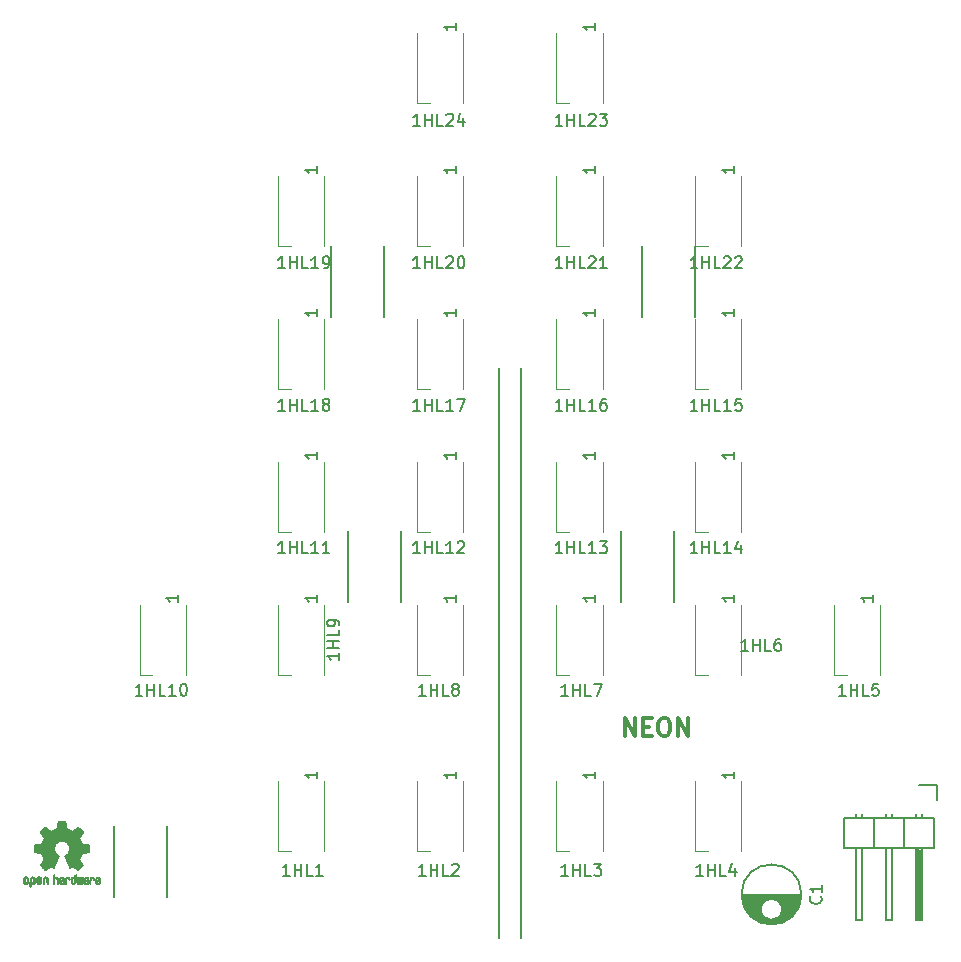
<source format=gbr>
G04 #@! TF.GenerationSoftware,KiCad,Pcbnew,(5.0.0)*
G04 #@! TF.CreationDate,2018-10-19T16:20:16+03:00*
G04 #@! TF.ProjectId,side_1,736964655F312E6B696361645F706362,rev?*
G04 #@! TF.SameCoordinates,Original*
G04 #@! TF.FileFunction,Legend,Top*
G04 #@! TF.FilePolarity,Positive*
%FSLAX46Y46*%
G04 Gerber Fmt 4.6, Leading zero omitted, Abs format (unit mm)*
G04 Created by KiCad (PCBNEW (5.0.0)) date 10/19/18 16:20:16*
%MOMM*%
%LPD*%
G01*
G04 APERTURE LIST*
%ADD10C,0.200000*%
%ADD11C,0.300000*%
%ADD12C,0.150000*%
%ADD13C,0.120000*%
%ADD14C,0.010000*%
G04 APERTURE END LIST*
D10*
X140970000Y-85090000D02*
X140970000Y-133350000D01*
X139065000Y-85090000D02*
X139065000Y-133350000D01*
D11*
X149721428Y-116248571D02*
X149721428Y-114748571D01*
X150578571Y-116248571D01*
X150578571Y-114748571D01*
X151292857Y-115462857D02*
X151792857Y-115462857D01*
X152007142Y-116248571D02*
X151292857Y-116248571D01*
X151292857Y-114748571D01*
X152007142Y-114748571D01*
X152935714Y-114748571D02*
X153221428Y-114748571D01*
X153364285Y-114820000D01*
X153507142Y-114962857D01*
X153578571Y-115248571D01*
X153578571Y-115748571D01*
X153507142Y-116034285D01*
X153364285Y-116177142D01*
X153221428Y-116248571D01*
X152935714Y-116248571D01*
X152792857Y-116177142D01*
X152650000Y-116034285D01*
X152578571Y-115748571D01*
X152578571Y-115248571D01*
X152650000Y-114962857D01*
X152792857Y-114820000D01*
X152935714Y-114748571D01*
X154221428Y-116248571D02*
X154221428Y-114748571D01*
X155078571Y-116248571D01*
X155078571Y-114748571D01*
D12*
G04 #@! TO.C,REF\002A\002A*
X129377000Y-74764000D02*
X129377000Y-80764000D01*
X124877000Y-80764000D02*
X124877000Y-74764000D01*
X151166000Y-80764000D02*
X151166000Y-74764000D01*
X155666000Y-74764000D02*
X155666000Y-80764000D01*
X110962000Y-123913000D02*
X110962000Y-129913000D01*
X106462000Y-129913000D02*
X106462000Y-123913000D01*
X126274000Y-104894000D02*
X126274000Y-98894000D01*
X130774000Y-98894000D02*
X130774000Y-104894000D01*
D13*
G04 #@! TO.C,1HL5*
X167450000Y-111050000D02*
X168525000Y-111050000D01*
X167450000Y-105150000D02*
X167450000Y-111050000D01*
X171350000Y-105150000D02*
X171350000Y-111050000D01*
G04 #@! TO.C,1HL6*
X159600000Y-105150000D02*
X159600000Y-111050000D01*
X155700000Y-105150000D02*
X155700000Y-111050000D01*
X155700000Y-111050000D02*
X156775000Y-111050000D01*
G04 #@! TO.C,1HL7*
X143950000Y-111050000D02*
X145025000Y-111050000D01*
X143950000Y-105150000D02*
X143950000Y-111050000D01*
X147850000Y-105150000D02*
X147850000Y-111050000D01*
G04 #@! TO.C,1HL8*
X136050000Y-105150000D02*
X136050000Y-111050000D01*
X132150000Y-105150000D02*
X132150000Y-111050000D01*
X132150000Y-111050000D02*
X133225000Y-111050000D01*
G04 #@! TO.C,1HL9*
X120400000Y-111050000D02*
X121475000Y-111050000D01*
X120400000Y-105150000D02*
X120400000Y-111050000D01*
X124300000Y-105150000D02*
X124300000Y-111050000D01*
G04 #@! TO.C,1HL10*
X108650000Y-111050000D02*
X109725000Y-111050000D01*
X108650000Y-105150000D02*
X108650000Y-111050000D01*
X112550000Y-105150000D02*
X112550000Y-111050000D01*
G04 #@! TO.C,1HL11*
X124300000Y-93050000D02*
X124300000Y-98950000D01*
X120400000Y-93050000D02*
X120400000Y-98950000D01*
X120400000Y-98950000D02*
X121475000Y-98950000D01*
G04 #@! TO.C,1HL12*
X132150000Y-98950000D02*
X133225000Y-98950000D01*
X132150000Y-93050000D02*
X132150000Y-98950000D01*
X136050000Y-93050000D02*
X136050000Y-98950000D01*
G04 #@! TO.C,1HL13*
X147850000Y-93050000D02*
X147850000Y-98950000D01*
X143950000Y-93050000D02*
X143950000Y-98950000D01*
X143950000Y-98950000D02*
X145025000Y-98950000D01*
G04 #@! TO.C,1HL14*
X155700000Y-98950000D02*
X156775000Y-98950000D01*
X155700000Y-93050000D02*
X155700000Y-98950000D01*
X159600000Y-93050000D02*
X159600000Y-98950000D01*
G04 #@! TO.C,1HL15*
X159600000Y-80950000D02*
X159600000Y-86850000D01*
X155700000Y-80950000D02*
X155700000Y-86850000D01*
X155700000Y-86850000D02*
X156775000Y-86850000D01*
G04 #@! TO.C,1HL16*
X143950000Y-86850000D02*
X145025000Y-86850000D01*
X143950000Y-80950000D02*
X143950000Y-86850000D01*
X147850000Y-80950000D02*
X147850000Y-86850000D01*
G04 #@! TO.C,1HL17*
X136050000Y-80950000D02*
X136050000Y-86850000D01*
X132150000Y-80950000D02*
X132150000Y-86850000D01*
X132150000Y-86850000D02*
X133225000Y-86850000D01*
G04 #@! TO.C,1HL18*
X120400000Y-86850000D02*
X121475000Y-86850000D01*
X120400000Y-80950000D02*
X120400000Y-86850000D01*
X124300000Y-80950000D02*
X124300000Y-86850000D01*
G04 #@! TO.C,1HL19*
X124300000Y-68850000D02*
X124300000Y-74750000D01*
X120400000Y-68850000D02*
X120400000Y-74750000D01*
X120400000Y-74750000D02*
X121475000Y-74750000D01*
D12*
G04 #@! TO.C,XP1*
X176190000Y-120400000D02*
X174640000Y-120400000D01*
X176190000Y-121700000D02*
X176190000Y-120400000D01*
X174767000Y-125891000D02*
X174767000Y-131733000D01*
X174767000Y-131733000D02*
X174513000Y-131733000D01*
X174513000Y-131733000D02*
X174513000Y-125891000D01*
X174513000Y-125891000D02*
X174640000Y-125891000D01*
X174640000Y-125891000D02*
X174640000Y-131733000D01*
X174894000Y-123224000D02*
X174894000Y-122843000D01*
X174386000Y-123224000D02*
X174386000Y-122843000D01*
X172354000Y-123224000D02*
X172354000Y-122843000D01*
X171846000Y-123224000D02*
X171846000Y-122843000D01*
X169814000Y-123224000D02*
X169814000Y-122843000D01*
X169306000Y-123224000D02*
X169306000Y-122843000D01*
X173370000Y-125764000D02*
X175910000Y-125764000D01*
X174386000Y-131860000D02*
X174386000Y-125764000D01*
X174894000Y-131860000D02*
X174386000Y-131860000D01*
X174894000Y-125764000D02*
X174894000Y-131860000D01*
X173370000Y-123224000D02*
X173370000Y-125764000D01*
X175910000Y-123224000D02*
X173370000Y-123224000D01*
X175910000Y-123224000D02*
X175910000Y-125764000D01*
X170830000Y-123224000D02*
X170830000Y-125764000D01*
X170830000Y-123224000D02*
X168290000Y-123224000D01*
X169814000Y-125764000D02*
X169814000Y-131860000D01*
X169814000Y-131860000D02*
X169306000Y-131860000D01*
X169306000Y-131860000D02*
X169306000Y-125764000D01*
X168290000Y-125764000D02*
X170830000Y-125764000D01*
X170830000Y-125764000D02*
X173370000Y-125764000D01*
X171846000Y-131860000D02*
X171846000Y-125764000D01*
X172354000Y-131860000D02*
X171846000Y-131860000D01*
X172354000Y-125764000D02*
X172354000Y-131860000D01*
X170830000Y-123224000D02*
X170830000Y-125764000D01*
X173370000Y-123224000D02*
X170830000Y-123224000D01*
X173370000Y-123224000D02*
X173370000Y-125764000D01*
X168290000Y-123224000D02*
X168290000Y-125764000D01*
D13*
G04 #@! TO.C,1HL20*
X132150000Y-74750000D02*
X133225000Y-74750000D01*
X132150000Y-68850000D02*
X132150000Y-74750000D01*
X136050000Y-68850000D02*
X136050000Y-74750000D01*
G04 #@! TO.C,1HL21*
X147850000Y-68850000D02*
X147850000Y-74750000D01*
X143950000Y-68850000D02*
X143950000Y-74750000D01*
X143950000Y-74750000D02*
X145025000Y-74750000D01*
G04 #@! TO.C,1HL22*
X155700000Y-74750000D02*
X156775000Y-74750000D01*
X155700000Y-68850000D02*
X155700000Y-74750000D01*
X159600000Y-68850000D02*
X159600000Y-74750000D01*
G04 #@! TO.C,1HL23*
X147850000Y-56750000D02*
X147850000Y-62650000D01*
X143950000Y-56750000D02*
X143950000Y-62650000D01*
X143950000Y-62650000D02*
X145025000Y-62650000D01*
G04 #@! TO.C,1HL24*
X132150000Y-62650000D02*
X133225000Y-62650000D01*
X132150000Y-56750000D02*
X132150000Y-62650000D01*
X136050000Y-56750000D02*
X136050000Y-62650000D01*
G04 #@! TO.C,1HL1*
X120400000Y-126000000D02*
X121475000Y-126000000D01*
X120400000Y-120100000D02*
X120400000Y-126000000D01*
X124300000Y-120100000D02*
X124300000Y-126000000D01*
G04 #@! TO.C,1HL2*
X136050000Y-120100000D02*
X136050000Y-126000000D01*
X132150000Y-120100000D02*
X132150000Y-126000000D01*
X132150000Y-126000000D02*
X133225000Y-126000000D01*
G04 #@! TO.C,1HL3*
X143950000Y-126000000D02*
X145025000Y-126000000D01*
X143950000Y-120100000D02*
X143950000Y-126000000D01*
X147850000Y-120100000D02*
X147850000Y-126000000D01*
G04 #@! TO.C,1HL4*
X159600000Y-120100000D02*
X159600000Y-126000000D01*
X155700000Y-120100000D02*
X155700000Y-126000000D01*
X155700000Y-126000000D02*
X156775000Y-126000000D01*
D12*
G04 #@! TO.C,C1*
X164652600Y-129747400D02*
X159654600Y-129747400D01*
X164644600Y-129887400D02*
X159662600Y-129887400D01*
X164628600Y-130027400D02*
X162248600Y-130027400D01*
X162058600Y-130027400D02*
X159678600Y-130027400D01*
X164604600Y-130167400D02*
X162643600Y-130167400D01*
X161663600Y-130167400D02*
X159702600Y-130167400D01*
X164571600Y-130307400D02*
X162810600Y-130307400D01*
X161496600Y-130307400D02*
X159735600Y-130307400D01*
X164530600Y-130447400D02*
X162917600Y-130447400D01*
X161389600Y-130447400D02*
X159776600Y-130447400D01*
X164480600Y-130587400D02*
X162988600Y-130587400D01*
X161318600Y-130587400D02*
X159826600Y-130587400D01*
X164419600Y-130727400D02*
X163032600Y-130727400D01*
X161274600Y-130727400D02*
X159887600Y-130727400D01*
X164349600Y-130867400D02*
X163051600Y-130867400D01*
X161255600Y-130867400D02*
X159957600Y-130867400D01*
X164267600Y-131007400D02*
X163049600Y-131007400D01*
X161257600Y-131007400D02*
X160039600Y-131007400D01*
X164172600Y-131147400D02*
X163024600Y-131147400D01*
X161282600Y-131147400D02*
X160134600Y-131147400D01*
X164061600Y-131287400D02*
X162976600Y-131287400D01*
X161330600Y-131287400D02*
X160245600Y-131287400D01*
X163933600Y-131427400D02*
X162898600Y-131427400D01*
X161408600Y-131427400D02*
X160373600Y-131427400D01*
X163784600Y-131567400D02*
X162781600Y-131567400D01*
X161525600Y-131567400D02*
X160522600Y-131567400D01*
X163605600Y-131707400D02*
X162593600Y-131707400D01*
X161713600Y-131707400D02*
X160701600Y-131707400D01*
X163386600Y-131847400D02*
X160920600Y-131847400D01*
X163097600Y-131987400D02*
X161209600Y-131987400D01*
X162625600Y-132127400D02*
X161681600Y-132127400D01*
X163053600Y-130922400D02*
G75*
G03X163053600Y-130922400I-900000J0D01*
G01*
X164691100Y-129672400D02*
G75*
G03X164691100Y-129672400I-2537500J0D01*
G01*
G04 #@! TO.C,REF\002A\002A*
X153888000Y-98894000D02*
X153888000Y-104894000D01*
X149388000Y-104894000D02*
X149388000Y-98894000D01*
D14*
G04 #@! TO.C,REF\002A\002A\002A*
G36*
X102148410Y-123480348D02*
X102226954Y-123480778D01*
X102283798Y-123481942D01*
X102322605Y-123484207D01*
X102347038Y-123487940D01*
X102360762Y-123493506D01*
X102367440Y-123501273D01*
X102370736Y-123511605D01*
X102371056Y-123512943D01*
X102376062Y-123537079D01*
X102385329Y-123584701D01*
X102397892Y-123650741D01*
X102412787Y-123730128D01*
X102429051Y-123817796D01*
X102429619Y-123820875D01*
X102445910Y-123906789D01*
X102461152Y-123982696D01*
X102474361Y-124044045D01*
X102484554Y-124086282D01*
X102490748Y-124104855D01*
X102491043Y-124105184D01*
X102509288Y-124114253D01*
X102546905Y-124129367D01*
X102595771Y-124147262D01*
X102596043Y-124147358D01*
X102657593Y-124170493D01*
X102730157Y-124199965D01*
X102798557Y-124229597D01*
X102801794Y-124231062D01*
X102913202Y-124281626D01*
X103159899Y-124113160D01*
X103235577Y-124061803D01*
X103304131Y-124015889D01*
X103361588Y-123978030D01*
X103403976Y-123950837D01*
X103427325Y-123936921D01*
X103429542Y-123935889D01*
X103446510Y-123940484D01*
X103478201Y-123962655D01*
X103525852Y-124003447D01*
X103590698Y-124063905D01*
X103656897Y-124128227D01*
X103720714Y-124191612D01*
X103777829Y-124249451D01*
X103824805Y-124298175D01*
X103858203Y-124334210D01*
X103874585Y-124353984D01*
X103875194Y-124355002D01*
X103877005Y-124368572D01*
X103870183Y-124390733D01*
X103853040Y-124424478D01*
X103823893Y-124472800D01*
X103781055Y-124538692D01*
X103723948Y-124623517D01*
X103673266Y-124698177D01*
X103627961Y-124765140D01*
X103590650Y-124820516D01*
X103563952Y-124860420D01*
X103550485Y-124880962D01*
X103549637Y-124882356D01*
X103551281Y-124902038D01*
X103563745Y-124940293D01*
X103584548Y-124989889D01*
X103591962Y-125005728D01*
X103624314Y-125076290D01*
X103658828Y-125156353D01*
X103686865Y-125225629D01*
X103707068Y-125277045D01*
X103723115Y-125316119D01*
X103732388Y-125336541D01*
X103733541Y-125338114D01*
X103750596Y-125340721D01*
X103790798Y-125347863D01*
X103848802Y-125358523D01*
X103919263Y-125371685D01*
X103996835Y-125386333D01*
X104076172Y-125401449D01*
X104151931Y-125416018D01*
X104218764Y-125429022D01*
X104271328Y-125439445D01*
X104304276Y-125446270D01*
X104312357Y-125448199D01*
X104320705Y-125452962D01*
X104327006Y-125463718D01*
X104331545Y-125484098D01*
X104334604Y-125517734D01*
X104336467Y-125568255D01*
X104337418Y-125639292D01*
X104337740Y-125734476D01*
X104337757Y-125773492D01*
X104337757Y-126090799D01*
X104261557Y-126105839D01*
X104219163Y-126113995D01*
X104155900Y-126125899D01*
X104079462Y-126140116D01*
X103997543Y-126155210D01*
X103974900Y-126159355D01*
X103899306Y-126174053D01*
X103833453Y-126188505D01*
X103782866Y-126201375D01*
X103753074Y-126211322D01*
X103748112Y-126214287D01*
X103735926Y-126235283D01*
X103718453Y-126275967D01*
X103699077Y-126328322D01*
X103695234Y-126339600D01*
X103669839Y-126409523D01*
X103638317Y-126488418D01*
X103607469Y-126559266D01*
X103607317Y-126559595D01*
X103555947Y-126670733D01*
X103724899Y-126919253D01*
X103893852Y-127167772D01*
X103676929Y-127385058D01*
X103611319Y-127449726D01*
X103551479Y-127506733D01*
X103500767Y-127553033D01*
X103462546Y-127585584D01*
X103440175Y-127601343D01*
X103436966Y-127602343D01*
X103418126Y-127594469D01*
X103379680Y-127572578D01*
X103325830Y-127539267D01*
X103260776Y-127497131D01*
X103190440Y-127449943D01*
X103119055Y-127401810D01*
X103055408Y-127359928D01*
X103003541Y-127326871D01*
X102967495Y-127305218D01*
X102951367Y-127297543D01*
X102931689Y-127304037D01*
X102894375Y-127321150D01*
X102847121Y-127345326D01*
X102842112Y-127348013D01*
X102778477Y-127379927D01*
X102734841Y-127395579D01*
X102707702Y-127395745D01*
X102693557Y-127381204D01*
X102693475Y-127381000D01*
X102686405Y-127363779D01*
X102669542Y-127322899D01*
X102644195Y-127261525D01*
X102611671Y-127182819D01*
X102573278Y-127089947D01*
X102530322Y-126986072D01*
X102488722Y-126885502D01*
X102443004Y-126774516D01*
X102401026Y-126671703D01*
X102364048Y-126580215D01*
X102333327Y-126503201D01*
X102310122Y-126443815D01*
X102295690Y-126405209D01*
X102291243Y-126390800D01*
X102302396Y-126374272D01*
X102331569Y-126347930D01*
X102370471Y-126318887D01*
X102481257Y-126227039D01*
X102567851Y-126121759D01*
X102629216Y-126005266D01*
X102664315Y-125879776D01*
X102672108Y-125747507D01*
X102666443Y-125686457D01*
X102635578Y-125559795D01*
X102582420Y-125447941D01*
X102510267Y-125352001D01*
X102422417Y-125273076D01*
X102322165Y-125212270D01*
X102212810Y-125170687D01*
X102097647Y-125149428D01*
X101979975Y-125149599D01*
X101863090Y-125172301D01*
X101750289Y-125218638D01*
X101644869Y-125289713D01*
X101600868Y-125329911D01*
X101516479Y-125433129D01*
X101457722Y-125545925D01*
X101424204Y-125665010D01*
X101415535Y-125787095D01*
X101431323Y-125908893D01*
X101471178Y-126027116D01*
X101534707Y-126138475D01*
X101621521Y-126239684D01*
X101718529Y-126318887D01*
X101758937Y-126349162D01*
X101787482Y-126375219D01*
X101797757Y-126390825D01*
X101792377Y-126407843D01*
X101777075Y-126448500D01*
X101753112Y-126509642D01*
X101721744Y-126588119D01*
X101684232Y-126680780D01*
X101641833Y-126784472D01*
X101600163Y-126885526D01*
X101554190Y-126996607D01*
X101511607Y-127099541D01*
X101473721Y-127191165D01*
X101441840Y-127268316D01*
X101417271Y-127327831D01*
X101401320Y-127366544D01*
X101395410Y-127381000D01*
X101381448Y-127395685D01*
X101354440Y-127395642D01*
X101310913Y-127380099D01*
X101247390Y-127348284D01*
X101246888Y-127348013D01*
X101199060Y-127323323D01*
X101160397Y-127305338D01*
X101138595Y-127297614D01*
X101137633Y-127297543D01*
X101121221Y-127305378D01*
X101084987Y-127327165D01*
X101032974Y-127360328D01*
X100969225Y-127402291D01*
X100898560Y-127449943D01*
X100826616Y-127498191D01*
X100761774Y-127540151D01*
X100708235Y-127573227D01*
X100670197Y-127594821D01*
X100652033Y-127602343D01*
X100635308Y-127592457D01*
X100601680Y-127564826D01*
X100554510Y-127522495D01*
X100497158Y-127468505D01*
X100432984Y-127405899D01*
X100411997Y-127384983D01*
X100194999Y-127167623D01*
X100360168Y-126925220D01*
X100410364Y-126850781D01*
X100454419Y-126783972D01*
X100489862Y-126728665D01*
X100514219Y-126688729D01*
X100525022Y-126668036D01*
X100525338Y-126666563D01*
X100519643Y-126647058D01*
X100504326Y-126607822D01*
X100482037Y-126555430D01*
X100466393Y-126520355D01*
X100437141Y-126453201D01*
X100409594Y-126385358D01*
X100388237Y-126328034D01*
X100382435Y-126310572D01*
X100365952Y-126263938D01*
X100349840Y-126227905D01*
X100340990Y-126214287D01*
X100321460Y-126205952D01*
X100278834Y-126194137D01*
X100218645Y-126180181D01*
X100146422Y-126165422D01*
X100114100Y-126159355D01*
X100032022Y-126144273D01*
X99953295Y-126129669D01*
X99885609Y-126116980D01*
X99836660Y-126107642D01*
X99827443Y-126105839D01*
X99751243Y-126090799D01*
X99751243Y-125773492D01*
X99751414Y-125669154D01*
X99752116Y-125590213D01*
X99753634Y-125533038D01*
X99756249Y-125493999D01*
X99760246Y-125469465D01*
X99765909Y-125455805D01*
X99773520Y-125449389D01*
X99776643Y-125448199D01*
X99795478Y-125443980D01*
X99837088Y-125435562D01*
X99896130Y-125423961D01*
X99967257Y-125410195D01*
X100045125Y-125395280D01*
X100124387Y-125380232D01*
X100199698Y-125366069D01*
X100265713Y-125353806D01*
X100317087Y-125344461D01*
X100348475Y-125339050D01*
X100355459Y-125338114D01*
X100361785Y-125325596D01*
X100375790Y-125292246D01*
X100394855Y-125244377D01*
X100402134Y-125225629D01*
X100431496Y-125153195D01*
X100466071Y-125073170D01*
X100497037Y-125005728D01*
X100519823Y-124954159D01*
X100534982Y-124911785D01*
X100540042Y-124885834D01*
X100539236Y-124882356D01*
X100528541Y-124865936D01*
X100504120Y-124829417D01*
X100468595Y-124776687D01*
X100424587Y-124711635D01*
X100374717Y-124638151D01*
X100364856Y-124623645D01*
X100306992Y-124537704D01*
X100264456Y-124472261D01*
X100235554Y-124424304D01*
X100218590Y-124390820D01*
X100211867Y-124368795D01*
X100213690Y-124355217D01*
X100213736Y-124355131D01*
X100228086Y-124337297D01*
X100259823Y-124302817D01*
X100305510Y-124255268D01*
X100361704Y-124198222D01*
X100424968Y-124135255D01*
X100432102Y-124128227D01*
X100511830Y-124051020D01*
X100573357Y-123994330D01*
X100617921Y-123957110D01*
X100646757Y-123938315D01*
X100659458Y-123935889D01*
X100677994Y-123946471D01*
X100716461Y-123970916D01*
X100770886Y-124006612D01*
X100837298Y-124050947D01*
X100911725Y-124101311D01*
X100929101Y-124113160D01*
X101175797Y-124281626D01*
X101287206Y-124231062D01*
X101354957Y-124201595D01*
X101427683Y-124171959D01*
X101490203Y-124148330D01*
X101492957Y-124147358D01*
X101541860Y-124129457D01*
X101579557Y-124114320D01*
X101597925Y-124105210D01*
X101597956Y-124105184D01*
X101603785Y-124088717D01*
X101613692Y-124048219D01*
X101626695Y-123988242D01*
X101641809Y-123913340D01*
X101658052Y-123828064D01*
X101659381Y-123820875D01*
X101675675Y-123733014D01*
X101690633Y-123653260D01*
X101703291Y-123586681D01*
X101712686Y-123538347D01*
X101717854Y-123513325D01*
X101717944Y-123512943D01*
X101721089Y-123502299D01*
X101727204Y-123494262D01*
X101739953Y-123488467D01*
X101763000Y-123484547D01*
X101800009Y-123482135D01*
X101854644Y-123480865D01*
X101930567Y-123480371D01*
X102031444Y-123480286D01*
X102044500Y-123480286D01*
X102148410Y-123480348D01*
X102148410Y-123480348D01*
G37*
X102148410Y-123480348D02*
X102226954Y-123480778D01*
X102283798Y-123481942D01*
X102322605Y-123484207D01*
X102347038Y-123487940D01*
X102360762Y-123493506D01*
X102367440Y-123501273D01*
X102370736Y-123511605D01*
X102371056Y-123512943D01*
X102376062Y-123537079D01*
X102385329Y-123584701D01*
X102397892Y-123650741D01*
X102412787Y-123730128D01*
X102429051Y-123817796D01*
X102429619Y-123820875D01*
X102445910Y-123906789D01*
X102461152Y-123982696D01*
X102474361Y-124044045D01*
X102484554Y-124086282D01*
X102490748Y-124104855D01*
X102491043Y-124105184D01*
X102509288Y-124114253D01*
X102546905Y-124129367D01*
X102595771Y-124147262D01*
X102596043Y-124147358D01*
X102657593Y-124170493D01*
X102730157Y-124199965D01*
X102798557Y-124229597D01*
X102801794Y-124231062D01*
X102913202Y-124281626D01*
X103159899Y-124113160D01*
X103235577Y-124061803D01*
X103304131Y-124015889D01*
X103361588Y-123978030D01*
X103403976Y-123950837D01*
X103427325Y-123936921D01*
X103429542Y-123935889D01*
X103446510Y-123940484D01*
X103478201Y-123962655D01*
X103525852Y-124003447D01*
X103590698Y-124063905D01*
X103656897Y-124128227D01*
X103720714Y-124191612D01*
X103777829Y-124249451D01*
X103824805Y-124298175D01*
X103858203Y-124334210D01*
X103874585Y-124353984D01*
X103875194Y-124355002D01*
X103877005Y-124368572D01*
X103870183Y-124390733D01*
X103853040Y-124424478D01*
X103823893Y-124472800D01*
X103781055Y-124538692D01*
X103723948Y-124623517D01*
X103673266Y-124698177D01*
X103627961Y-124765140D01*
X103590650Y-124820516D01*
X103563952Y-124860420D01*
X103550485Y-124880962D01*
X103549637Y-124882356D01*
X103551281Y-124902038D01*
X103563745Y-124940293D01*
X103584548Y-124989889D01*
X103591962Y-125005728D01*
X103624314Y-125076290D01*
X103658828Y-125156353D01*
X103686865Y-125225629D01*
X103707068Y-125277045D01*
X103723115Y-125316119D01*
X103732388Y-125336541D01*
X103733541Y-125338114D01*
X103750596Y-125340721D01*
X103790798Y-125347863D01*
X103848802Y-125358523D01*
X103919263Y-125371685D01*
X103996835Y-125386333D01*
X104076172Y-125401449D01*
X104151931Y-125416018D01*
X104218764Y-125429022D01*
X104271328Y-125439445D01*
X104304276Y-125446270D01*
X104312357Y-125448199D01*
X104320705Y-125452962D01*
X104327006Y-125463718D01*
X104331545Y-125484098D01*
X104334604Y-125517734D01*
X104336467Y-125568255D01*
X104337418Y-125639292D01*
X104337740Y-125734476D01*
X104337757Y-125773492D01*
X104337757Y-126090799D01*
X104261557Y-126105839D01*
X104219163Y-126113995D01*
X104155900Y-126125899D01*
X104079462Y-126140116D01*
X103997543Y-126155210D01*
X103974900Y-126159355D01*
X103899306Y-126174053D01*
X103833453Y-126188505D01*
X103782866Y-126201375D01*
X103753074Y-126211322D01*
X103748112Y-126214287D01*
X103735926Y-126235283D01*
X103718453Y-126275967D01*
X103699077Y-126328322D01*
X103695234Y-126339600D01*
X103669839Y-126409523D01*
X103638317Y-126488418D01*
X103607469Y-126559266D01*
X103607317Y-126559595D01*
X103555947Y-126670733D01*
X103724899Y-126919253D01*
X103893852Y-127167772D01*
X103676929Y-127385058D01*
X103611319Y-127449726D01*
X103551479Y-127506733D01*
X103500767Y-127553033D01*
X103462546Y-127585584D01*
X103440175Y-127601343D01*
X103436966Y-127602343D01*
X103418126Y-127594469D01*
X103379680Y-127572578D01*
X103325830Y-127539267D01*
X103260776Y-127497131D01*
X103190440Y-127449943D01*
X103119055Y-127401810D01*
X103055408Y-127359928D01*
X103003541Y-127326871D01*
X102967495Y-127305218D01*
X102951367Y-127297543D01*
X102931689Y-127304037D01*
X102894375Y-127321150D01*
X102847121Y-127345326D01*
X102842112Y-127348013D01*
X102778477Y-127379927D01*
X102734841Y-127395579D01*
X102707702Y-127395745D01*
X102693557Y-127381204D01*
X102693475Y-127381000D01*
X102686405Y-127363779D01*
X102669542Y-127322899D01*
X102644195Y-127261525D01*
X102611671Y-127182819D01*
X102573278Y-127089947D01*
X102530322Y-126986072D01*
X102488722Y-126885502D01*
X102443004Y-126774516D01*
X102401026Y-126671703D01*
X102364048Y-126580215D01*
X102333327Y-126503201D01*
X102310122Y-126443815D01*
X102295690Y-126405209D01*
X102291243Y-126390800D01*
X102302396Y-126374272D01*
X102331569Y-126347930D01*
X102370471Y-126318887D01*
X102481257Y-126227039D01*
X102567851Y-126121759D01*
X102629216Y-126005266D01*
X102664315Y-125879776D01*
X102672108Y-125747507D01*
X102666443Y-125686457D01*
X102635578Y-125559795D01*
X102582420Y-125447941D01*
X102510267Y-125352001D01*
X102422417Y-125273076D01*
X102322165Y-125212270D01*
X102212810Y-125170687D01*
X102097647Y-125149428D01*
X101979975Y-125149599D01*
X101863090Y-125172301D01*
X101750289Y-125218638D01*
X101644869Y-125289713D01*
X101600868Y-125329911D01*
X101516479Y-125433129D01*
X101457722Y-125545925D01*
X101424204Y-125665010D01*
X101415535Y-125787095D01*
X101431323Y-125908893D01*
X101471178Y-126027116D01*
X101534707Y-126138475D01*
X101621521Y-126239684D01*
X101718529Y-126318887D01*
X101758937Y-126349162D01*
X101787482Y-126375219D01*
X101797757Y-126390825D01*
X101792377Y-126407843D01*
X101777075Y-126448500D01*
X101753112Y-126509642D01*
X101721744Y-126588119D01*
X101684232Y-126680780D01*
X101641833Y-126784472D01*
X101600163Y-126885526D01*
X101554190Y-126996607D01*
X101511607Y-127099541D01*
X101473721Y-127191165D01*
X101441840Y-127268316D01*
X101417271Y-127327831D01*
X101401320Y-127366544D01*
X101395410Y-127381000D01*
X101381448Y-127395685D01*
X101354440Y-127395642D01*
X101310913Y-127380099D01*
X101247390Y-127348284D01*
X101246888Y-127348013D01*
X101199060Y-127323323D01*
X101160397Y-127305338D01*
X101138595Y-127297614D01*
X101137633Y-127297543D01*
X101121221Y-127305378D01*
X101084987Y-127327165D01*
X101032974Y-127360328D01*
X100969225Y-127402291D01*
X100898560Y-127449943D01*
X100826616Y-127498191D01*
X100761774Y-127540151D01*
X100708235Y-127573227D01*
X100670197Y-127594821D01*
X100652033Y-127602343D01*
X100635308Y-127592457D01*
X100601680Y-127564826D01*
X100554510Y-127522495D01*
X100497158Y-127468505D01*
X100432984Y-127405899D01*
X100411997Y-127384983D01*
X100194999Y-127167623D01*
X100360168Y-126925220D01*
X100410364Y-126850781D01*
X100454419Y-126783972D01*
X100489862Y-126728665D01*
X100514219Y-126688729D01*
X100525022Y-126668036D01*
X100525338Y-126666563D01*
X100519643Y-126647058D01*
X100504326Y-126607822D01*
X100482037Y-126555430D01*
X100466393Y-126520355D01*
X100437141Y-126453201D01*
X100409594Y-126385358D01*
X100388237Y-126328034D01*
X100382435Y-126310572D01*
X100365952Y-126263938D01*
X100349840Y-126227905D01*
X100340990Y-126214287D01*
X100321460Y-126205952D01*
X100278834Y-126194137D01*
X100218645Y-126180181D01*
X100146422Y-126165422D01*
X100114100Y-126159355D01*
X100032022Y-126144273D01*
X99953295Y-126129669D01*
X99885609Y-126116980D01*
X99836660Y-126107642D01*
X99827443Y-126105839D01*
X99751243Y-126090799D01*
X99751243Y-125773492D01*
X99751414Y-125669154D01*
X99752116Y-125590213D01*
X99753634Y-125533038D01*
X99756249Y-125493999D01*
X99760246Y-125469465D01*
X99765909Y-125455805D01*
X99773520Y-125449389D01*
X99776643Y-125448199D01*
X99795478Y-125443980D01*
X99837088Y-125435562D01*
X99896130Y-125423961D01*
X99967257Y-125410195D01*
X100045125Y-125395280D01*
X100124387Y-125380232D01*
X100199698Y-125366069D01*
X100265713Y-125353806D01*
X100317087Y-125344461D01*
X100348475Y-125339050D01*
X100355459Y-125338114D01*
X100361785Y-125325596D01*
X100375790Y-125292246D01*
X100394855Y-125244377D01*
X100402134Y-125225629D01*
X100431496Y-125153195D01*
X100466071Y-125073170D01*
X100497037Y-125005728D01*
X100519823Y-124954159D01*
X100534982Y-124911785D01*
X100540042Y-124885834D01*
X100539236Y-124882356D01*
X100528541Y-124865936D01*
X100504120Y-124829417D01*
X100468595Y-124776687D01*
X100424587Y-124711635D01*
X100374717Y-124638151D01*
X100364856Y-124623645D01*
X100306992Y-124537704D01*
X100264456Y-124472261D01*
X100235554Y-124424304D01*
X100218590Y-124390820D01*
X100211867Y-124368795D01*
X100213690Y-124355217D01*
X100213736Y-124355131D01*
X100228086Y-124337297D01*
X100259823Y-124302817D01*
X100305510Y-124255268D01*
X100361704Y-124198222D01*
X100424968Y-124135255D01*
X100432102Y-124128227D01*
X100511830Y-124051020D01*
X100573357Y-123994330D01*
X100617921Y-123957110D01*
X100646757Y-123938315D01*
X100659458Y-123935889D01*
X100677994Y-123946471D01*
X100716461Y-123970916D01*
X100770886Y-124006612D01*
X100837298Y-124050947D01*
X100911725Y-124101311D01*
X100929101Y-124113160D01*
X101175797Y-124281626D01*
X101287206Y-124231062D01*
X101354957Y-124201595D01*
X101427683Y-124171959D01*
X101490203Y-124148330D01*
X101492957Y-124147358D01*
X101541860Y-124129457D01*
X101579557Y-124114320D01*
X101597925Y-124105210D01*
X101597956Y-124105184D01*
X101603785Y-124088717D01*
X101613692Y-124048219D01*
X101626695Y-123988242D01*
X101641809Y-123913340D01*
X101658052Y-123828064D01*
X101659381Y-123820875D01*
X101675675Y-123733014D01*
X101690633Y-123653260D01*
X101703291Y-123586681D01*
X101712686Y-123538347D01*
X101717854Y-123513325D01*
X101717944Y-123512943D01*
X101721089Y-123502299D01*
X101727204Y-123494262D01*
X101739953Y-123488467D01*
X101763000Y-123484547D01*
X101800009Y-123482135D01*
X101854644Y-123480865D01*
X101930567Y-123480371D01*
X102031444Y-123480286D01*
X102044500Y-123480286D01*
X102148410Y-123480348D01*
G36*
X105198095Y-128204966D02*
X105255521Y-128242497D01*
X105283219Y-128276096D01*
X105305162Y-128337064D01*
X105306905Y-128385308D01*
X105302957Y-128449816D01*
X105154186Y-128514934D01*
X105081849Y-128548202D01*
X105034584Y-128574964D01*
X105010007Y-128598144D01*
X105005737Y-128620667D01*
X105019389Y-128645455D01*
X105034443Y-128661886D01*
X105078246Y-128688235D01*
X105125889Y-128690081D01*
X105169645Y-128669546D01*
X105201789Y-128628752D01*
X105207538Y-128614347D01*
X105235076Y-128569356D01*
X105266758Y-128550182D01*
X105310214Y-128533779D01*
X105310214Y-128595966D01*
X105306372Y-128638283D01*
X105291323Y-128673969D01*
X105259780Y-128714943D01*
X105255092Y-128720267D01*
X105220006Y-128756720D01*
X105189847Y-128776283D01*
X105152115Y-128785283D01*
X105120835Y-128788230D01*
X105064885Y-128788965D01*
X105025055Y-128779660D01*
X105000208Y-128765846D01*
X104961156Y-128735467D01*
X104934125Y-128702613D01*
X104917017Y-128661294D01*
X104907738Y-128605521D01*
X104904193Y-128529305D01*
X104903910Y-128490622D01*
X104904872Y-128444247D01*
X104992507Y-128444247D01*
X104993523Y-128469126D01*
X104996056Y-128473200D01*
X105012774Y-128467665D01*
X105048749Y-128453017D01*
X105096831Y-128432190D01*
X105106886Y-128427714D01*
X105167652Y-128396814D01*
X105201132Y-128369657D01*
X105208490Y-128344220D01*
X105190891Y-128318481D01*
X105176356Y-128307109D01*
X105123910Y-128284364D01*
X105074822Y-128288122D01*
X105033727Y-128315884D01*
X105005258Y-128365152D01*
X104996131Y-128404257D01*
X104992507Y-128444247D01*
X104904872Y-128444247D01*
X104905785Y-128400249D01*
X104912696Y-128333384D01*
X104926384Y-128284695D01*
X104948596Y-128248849D01*
X104981074Y-128220513D01*
X104995233Y-128211355D01*
X105059553Y-128187507D01*
X105129973Y-128186006D01*
X105198095Y-128204966D01*
X105198095Y-128204966D01*
G37*
X105198095Y-128204966D02*
X105255521Y-128242497D01*
X105283219Y-128276096D01*
X105305162Y-128337064D01*
X105306905Y-128385308D01*
X105302957Y-128449816D01*
X105154186Y-128514934D01*
X105081849Y-128548202D01*
X105034584Y-128574964D01*
X105010007Y-128598144D01*
X105005737Y-128620667D01*
X105019389Y-128645455D01*
X105034443Y-128661886D01*
X105078246Y-128688235D01*
X105125889Y-128690081D01*
X105169645Y-128669546D01*
X105201789Y-128628752D01*
X105207538Y-128614347D01*
X105235076Y-128569356D01*
X105266758Y-128550182D01*
X105310214Y-128533779D01*
X105310214Y-128595966D01*
X105306372Y-128638283D01*
X105291323Y-128673969D01*
X105259780Y-128714943D01*
X105255092Y-128720267D01*
X105220006Y-128756720D01*
X105189847Y-128776283D01*
X105152115Y-128785283D01*
X105120835Y-128788230D01*
X105064885Y-128788965D01*
X105025055Y-128779660D01*
X105000208Y-128765846D01*
X104961156Y-128735467D01*
X104934125Y-128702613D01*
X104917017Y-128661294D01*
X104907738Y-128605521D01*
X104904193Y-128529305D01*
X104903910Y-128490622D01*
X104904872Y-128444247D01*
X104992507Y-128444247D01*
X104993523Y-128469126D01*
X104996056Y-128473200D01*
X105012774Y-128467665D01*
X105048749Y-128453017D01*
X105096831Y-128432190D01*
X105106886Y-128427714D01*
X105167652Y-128396814D01*
X105201132Y-128369657D01*
X105208490Y-128344220D01*
X105190891Y-128318481D01*
X105176356Y-128307109D01*
X105123910Y-128284364D01*
X105074822Y-128288122D01*
X105033727Y-128315884D01*
X105005258Y-128365152D01*
X104996131Y-128404257D01*
X104992507Y-128444247D01*
X104904872Y-128444247D01*
X104905785Y-128400249D01*
X104912696Y-128333384D01*
X104926384Y-128284695D01*
X104948596Y-128248849D01*
X104981074Y-128220513D01*
X104995233Y-128211355D01*
X105059553Y-128187507D01*
X105129973Y-128186006D01*
X105198095Y-128204966D01*
G36*
X104697100Y-128196752D02*
X104714448Y-128204334D01*
X104755856Y-128237128D01*
X104791265Y-128284547D01*
X104813164Y-128335151D01*
X104816729Y-128360098D01*
X104804779Y-128394927D01*
X104778567Y-128413357D01*
X104750464Y-128424516D01*
X104737595Y-128426572D01*
X104731329Y-128411649D01*
X104718956Y-128379175D01*
X104713528Y-128364502D01*
X104683090Y-128313744D01*
X104639020Y-128288427D01*
X104582510Y-128289206D01*
X104578325Y-128290203D01*
X104548155Y-128304507D01*
X104525976Y-128332393D01*
X104510827Y-128377287D01*
X104501750Y-128442615D01*
X104497786Y-128531804D01*
X104497414Y-128579261D01*
X104497230Y-128654071D01*
X104496022Y-128705069D01*
X104492809Y-128737471D01*
X104486609Y-128756495D01*
X104476440Y-128767356D01*
X104461319Y-128775272D01*
X104460446Y-128775670D01*
X104431328Y-128787981D01*
X104416903Y-128792514D01*
X104414686Y-128778809D01*
X104412789Y-128740925D01*
X104411347Y-128683715D01*
X104410498Y-128612027D01*
X104410329Y-128559565D01*
X104411192Y-128458047D01*
X104414570Y-128381032D01*
X104421642Y-128324023D01*
X104433588Y-128282526D01*
X104451590Y-128252043D01*
X104476827Y-128228080D01*
X104501747Y-128211355D01*
X104561671Y-128189097D01*
X104631411Y-128184076D01*
X104697100Y-128196752D01*
X104697100Y-128196752D01*
G37*
X104697100Y-128196752D02*
X104714448Y-128204334D01*
X104755856Y-128237128D01*
X104791265Y-128284547D01*
X104813164Y-128335151D01*
X104816729Y-128360098D01*
X104804779Y-128394927D01*
X104778567Y-128413357D01*
X104750464Y-128424516D01*
X104737595Y-128426572D01*
X104731329Y-128411649D01*
X104718956Y-128379175D01*
X104713528Y-128364502D01*
X104683090Y-128313744D01*
X104639020Y-128288427D01*
X104582510Y-128289206D01*
X104578325Y-128290203D01*
X104548155Y-128304507D01*
X104525976Y-128332393D01*
X104510827Y-128377287D01*
X104501750Y-128442615D01*
X104497786Y-128531804D01*
X104497414Y-128579261D01*
X104497230Y-128654071D01*
X104496022Y-128705069D01*
X104492809Y-128737471D01*
X104486609Y-128756495D01*
X104476440Y-128767356D01*
X104461319Y-128775272D01*
X104460446Y-128775670D01*
X104431328Y-128787981D01*
X104416903Y-128792514D01*
X104414686Y-128778809D01*
X104412789Y-128740925D01*
X104411347Y-128683715D01*
X104410498Y-128612027D01*
X104410329Y-128559565D01*
X104411192Y-128458047D01*
X104414570Y-128381032D01*
X104421642Y-128324023D01*
X104433588Y-128282526D01*
X104451590Y-128252043D01*
X104476827Y-128228080D01*
X104501747Y-128211355D01*
X104561671Y-128189097D01*
X104631411Y-128184076D01*
X104697100Y-128196752D01*
G36*
X104189376Y-128194335D02*
X104231167Y-128213344D01*
X104263969Y-128236378D01*
X104288003Y-128262133D01*
X104304597Y-128295358D01*
X104315077Y-128340800D01*
X104320771Y-128403207D01*
X104323007Y-128487327D01*
X104323243Y-128542721D01*
X104323243Y-128758826D01*
X104286274Y-128775670D01*
X104257156Y-128787981D01*
X104242731Y-128792514D01*
X104239972Y-128779025D01*
X104237782Y-128742653D01*
X104236442Y-128689542D01*
X104236157Y-128647372D01*
X104234934Y-128586447D01*
X104231636Y-128538115D01*
X104226821Y-128508518D01*
X104222996Y-128502229D01*
X104197283Y-128508652D01*
X104156918Y-128525125D01*
X104110179Y-128547458D01*
X104065345Y-128571457D01*
X104030693Y-128592930D01*
X104014502Y-128607685D01*
X104014438Y-128607845D01*
X104015830Y-128635152D01*
X104028318Y-128661219D01*
X104050243Y-128682392D01*
X104082243Y-128689474D01*
X104109592Y-128688649D01*
X104148326Y-128688042D01*
X104168658Y-128697116D01*
X104180869Y-128721092D01*
X104182409Y-128725613D01*
X104187703Y-128759806D01*
X104173547Y-128780568D01*
X104136648Y-128790462D01*
X104096789Y-128792292D01*
X104025062Y-128778727D01*
X103987932Y-128759355D01*
X103942076Y-128713845D01*
X103917756Y-128657983D01*
X103915573Y-128598957D01*
X103936129Y-128543953D01*
X103967049Y-128509486D01*
X103997920Y-128490189D01*
X104046442Y-128465759D01*
X104102985Y-128440985D01*
X104112410Y-128437199D01*
X104174519Y-128409791D01*
X104210322Y-128385634D01*
X104221837Y-128361619D01*
X104211080Y-128334635D01*
X104192614Y-128313543D01*
X104148969Y-128287572D01*
X104100946Y-128285624D01*
X104056906Y-128305637D01*
X104025209Y-128345551D01*
X104021049Y-128355848D01*
X103996827Y-128393724D01*
X103961465Y-128421842D01*
X103916843Y-128444917D01*
X103916843Y-128379485D01*
X103919469Y-128339506D01*
X103930730Y-128307997D01*
X103955699Y-128274378D01*
X103979669Y-128248484D01*
X104016941Y-128211817D01*
X104045901Y-128192121D01*
X104077005Y-128184220D01*
X104112213Y-128182914D01*
X104189376Y-128194335D01*
X104189376Y-128194335D01*
G37*
X104189376Y-128194335D02*
X104231167Y-128213344D01*
X104263969Y-128236378D01*
X104288003Y-128262133D01*
X104304597Y-128295358D01*
X104315077Y-128340800D01*
X104320771Y-128403207D01*
X104323007Y-128487327D01*
X104323243Y-128542721D01*
X104323243Y-128758826D01*
X104286274Y-128775670D01*
X104257156Y-128787981D01*
X104242731Y-128792514D01*
X104239972Y-128779025D01*
X104237782Y-128742653D01*
X104236442Y-128689542D01*
X104236157Y-128647372D01*
X104234934Y-128586447D01*
X104231636Y-128538115D01*
X104226821Y-128508518D01*
X104222996Y-128502229D01*
X104197283Y-128508652D01*
X104156918Y-128525125D01*
X104110179Y-128547458D01*
X104065345Y-128571457D01*
X104030693Y-128592930D01*
X104014502Y-128607685D01*
X104014438Y-128607845D01*
X104015830Y-128635152D01*
X104028318Y-128661219D01*
X104050243Y-128682392D01*
X104082243Y-128689474D01*
X104109592Y-128688649D01*
X104148326Y-128688042D01*
X104168658Y-128697116D01*
X104180869Y-128721092D01*
X104182409Y-128725613D01*
X104187703Y-128759806D01*
X104173547Y-128780568D01*
X104136648Y-128790462D01*
X104096789Y-128792292D01*
X104025062Y-128778727D01*
X103987932Y-128759355D01*
X103942076Y-128713845D01*
X103917756Y-128657983D01*
X103915573Y-128598957D01*
X103936129Y-128543953D01*
X103967049Y-128509486D01*
X103997920Y-128490189D01*
X104046442Y-128465759D01*
X104102985Y-128440985D01*
X104112410Y-128437199D01*
X104174519Y-128409791D01*
X104210322Y-128385634D01*
X104221837Y-128361619D01*
X104211080Y-128334635D01*
X104192614Y-128313543D01*
X104148969Y-128287572D01*
X104100946Y-128285624D01*
X104056906Y-128305637D01*
X104025209Y-128345551D01*
X104021049Y-128355848D01*
X103996827Y-128393724D01*
X103961465Y-128421842D01*
X103916843Y-128444917D01*
X103916843Y-128379485D01*
X103919469Y-128339506D01*
X103930730Y-128307997D01*
X103955699Y-128274378D01*
X103979669Y-128248484D01*
X104016941Y-128211817D01*
X104045901Y-128192121D01*
X104077005Y-128184220D01*
X104112213Y-128182914D01*
X104189376Y-128194335D01*
G36*
X103824333Y-128196663D02*
X103826548Y-128234850D01*
X103828284Y-128292886D01*
X103829399Y-128366180D01*
X103829757Y-128443055D01*
X103829757Y-128703196D01*
X103783826Y-128749127D01*
X103752175Y-128777429D01*
X103724390Y-128788893D01*
X103686415Y-128788168D01*
X103671340Y-128786321D01*
X103624226Y-128780948D01*
X103585256Y-128777869D01*
X103575757Y-128777585D01*
X103543733Y-128779445D01*
X103497932Y-128784114D01*
X103480174Y-128786321D01*
X103436557Y-128789735D01*
X103407245Y-128782320D01*
X103378180Y-128759427D01*
X103367688Y-128749127D01*
X103321757Y-128703196D01*
X103321757Y-128216602D01*
X103358726Y-128199758D01*
X103390559Y-128187282D01*
X103409183Y-128182914D01*
X103413958Y-128196718D01*
X103418421Y-128235286D01*
X103422275Y-128294356D01*
X103425222Y-128369663D01*
X103426643Y-128433286D01*
X103430614Y-128683657D01*
X103465259Y-128688556D01*
X103496768Y-128685131D01*
X103512208Y-128674041D01*
X103516523Y-128653308D01*
X103520208Y-128609145D01*
X103522969Y-128547146D01*
X103524512Y-128472909D01*
X103524735Y-128434706D01*
X103524957Y-128214783D01*
X103570666Y-128198849D01*
X103603018Y-128188015D01*
X103620615Y-128182962D01*
X103621123Y-128182914D01*
X103622888Y-128196648D01*
X103624829Y-128234730D01*
X103626782Y-128292482D01*
X103628584Y-128365227D01*
X103629843Y-128433286D01*
X103633814Y-128683657D01*
X103720900Y-128683657D01*
X103724896Y-128455240D01*
X103728892Y-128226822D01*
X103771347Y-128204868D01*
X103802692Y-128189793D01*
X103821244Y-128182951D01*
X103821779Y-128182914D01*
X103824333Y-128196663D01*
X103824333Y-128196663D01*
G37*
X103824333Y-128196663D02*
X103826548Y-128234850D01*
X103828284Y-128292886D01*
X103829399Y-128366180D01*
X103829757Y-128443055D01*
X103829757Y-128703196D01*
X103783826Y-128749127D01*
X103752175Y-128777429D01*
X103724390Y-128788893D01*
X103686415Y-128788168D01*
X103671340Y-128786321D01*
X103624226Y-128780948D01*
X103585256Y-128777869D01*
X103575757Y-128777585D01*
X103543733Y-128779445D01*
X103497932Y-128784114D01*
X103480174Y-128786321D01*
X103436557Y-128789735D01*
X103407245Y-128782320D01*
X103378180Y-128759427D01*
X103367688Y-128749127D01*
X103321757Y-128703196D01*
X103321757Y-128216602D01*
X103358726Y-128199758D01*
X103390559Y-128187282D01*
X103409183Y-128182914D01*
X103413958Y-128196718D01*
X103418421Y-128235286D01*
X103422275Y-128294356D01*
X103425222Y-128369663D01*
X103426643Y-128433286D01*
X103430614Y-128683657D01*
X103465259Y-128688556D01*
X103496768Y-128685131D01*
X103512208Y-128674041D01*
X103516523Y-128653308D01*
X103520208Y-128609145D01*
X103522969Y-128547146D01*
X103524512Y-128472909D01*
X103524735Y-128434706D01*
X103524957Y-128214783D01*
X103570666Y-128198849D01*
X103603018Y-128188015D01*
X103620615Y-128182962D01*
X103621123Y-128182914D01*
X103622888Y-128196648D01*
X103624829Y-128234730D01*
X103626782Y-128292482D01*
X103628584Y-128365227D01*
X103629843Y-128433286D01*
X103633814Y-128683657D01*
X103720900Y-128683657D01*
X103724896Y-128455240D01*
X103728892Y-128226822D01*
X103771347Y-128204868D01*
X103802692Y-128189793D01*
X103821244Y-128182951D01*
X103821779Y-128182914D01*
X103824333Y-128196663D01*
G36*
X103234617Y-128303358D02*
X103234433Y-128411837D01*
X103233719Y-128495287D01*
X103232175Y-128557704D01*
X103229501Y-128603085D01*
X103225394Y-128635429D01*
X103219555Y-128658733D01*
X103211682Y-128676995D01*
X103205721Y-128687418D01*
X103156355Y-128743945D01*
X103093764Y-128779377D01*
X103024513Y-128792090D01*
X102955168Y-128780463D01*
X102913875Y-128759568D01*
X102870525Y-128723422D01*
X102840981Y-128679276D01*
X102823155Y-128621462D01*
X102814963Y-128544313D01*
X102813802Y-128487714D01*
X102813958Y-128483647D01*
X102915357Y-128483647D01*
X102915976Y-128548550D01*
X102918814Y-128591514D01*
X102925340Y-128619622D01*
X102937023Y-128639953D01*
X102950983Y-128655288D01*
X102997865Y-128684890D01*
X103048201Y-128687419D01*
X103095776Y-128662705D01*
X103099479Y-128659356D01*
X103115283Y-128641935D01*
X103125193Y-128621209D01*
X103130558Y-128590362D01*
X103132728Y-128542577D01*
X103133071Y-128489748D01*
X103132327Y-128423381D01*
X103129248Y-128379106D01*
X103122561Y-128350009D01*
X103110996Y-128329173D01*
X103101513Y-128318107D01*
X103057460Y-128290198D01*
X103006724Y-128286843D01*
X102958296Y-128308159D01*
X102948950Y-128316073D01*
X102933040Y-128333647D01*
X102923110Y-128354587D01*
X102917778Y-128385782D01*
X102915663Y-128434122D01*
X102915357Y-128483647D01*
X102813958Y-128483647D01*
X102817310Y-128396568D01*
X102829226Y-128328086D01*
X102851635Y-128276600D01*
X102886624Y-128236443D01*
X102913875Y-128215861D01*
X102963407Y-128193625D01*
X103020816Y-128183304D01*
X103074182Y-128186067D01*
X103104043Y-128197212D01*
X103115761Y-128200383D01*
X103123537Y-128188557D01*
X103128965Y-128156866D01*
X103133071Y-128108593D01*
X103137567Y-128054829D01*
X103143813Y-128022482D01*
X103155176Y-128003985D01*
X103175028Y-127991770D01*
X103187500Y-127986362D01*
X103234671Y-127966601D01*
X103234617Y-128303358D01*
X103234617Y-128303358D01*
G37*
X103234617Y-128303358D02*
X103234433Y-128411837D01*
X103233719Y-128495287D01*
X103232175Y-128557704D01*
X103229501Y-128603085D01*
X103225394Y-128635429D01*
X103219555Y-128658733D01*
X103211682Y-128676995D01*
X103205721Y-128687418D01*
X103156355Y-128743945D01*
X103093764Y-128779377D01*
X103024513Y-128792090D01*
X102955168Y-128780463D01*
X102913875Y-128759568D01*
X102870525Y-128723422D01*
X102840981Y-128679276D01*
X102823155Y-128621462D01*
X102814963Y-128544313D01*
X102813802Y-128487714D01*
X102813958Y-128483647D01*
X102915357Y-128483647D01*
X102915976Y-128548550D01*
X102918814Y-128591514D01*
X102925340Y-128619622D01*
X102937023Y-128639953D01*
X102950983Y-128655288D01*
X102997865Y-128684890D01*
X103048201Y-128687419D01*
X103095776Y-128662705D01*
X103099479Y-128659356D01*
X103115283Y-128641935D01*
X103125193Y-128621209D01*
X103130558Y-128590362D01*
X103132728Y-128542577D01*
X103133071Y-128489748D01*
X103132327Y-128423381D01*
X103129248Y-128379106D01*
X103122561Y-128350009D01*
X103110996Y-128329173D01*
X103101513Y-128318107D01*
X103057460Y-128290198D01*
X103006724Y-128286843D01*
X102958296Y-128308159D01*
X102948950Y-128316073D01*
X102933040Y-128333647D01*
X102923110Y-128354587D01*
X102917778Y-128385782D01*
X102915663Y-128434122D01*
X102915357Y-128483647D01*
X102813958Y-128483647D01*
X102817310Y-128396568D01*
X102829226Y-128328086D01*
X102851635Y-128276600D01*
X102886624Y-128236443D01*
X102913875Y-128215861D01*
X102963407Y-128193625D01*
X103020816Y-128183304D01*
X103074182Y-128186067D01*
X103104043Y-128197212D01*
X103115761Y-128200383D01*
X103123537Y-128188557D01*
X103128965Y-128156866D01*
X103133071Y-128108593D01*
X103137567Y-128054829D01*
X103143813Y-128022482D01*
X103155176Y-128003985D01*
X103175028Y-127991770D01*
X103187500Y-127986362D01*
X103234671Y-127966601D01*
X103234617Y-128303358D01*
G36*
X102574426Y-128187755D02*
X102640358Y-128212084D01*
X102693773Y-128255117D01*
X102714664Y-128285409D01*
X102737439Y-128340994D01*
X102736966Y-128381186D01*
X102713062Y-128408217D01*
X102704217Y-128412813D01*
X102666030Y-128427144D01*
X102646528Y-128423472D01*
X102639922Y-128399407D01*
X102639586Y-128386114D01*
X102627492Y-128337210D01*
X102595971Y-128302999D01*
X102552159Y-128286476D01*
X102503195Y-128290634D01*
X102463394Y-128312227D01*
X102449950Y-128324544D01*
X102440421Y-128339487D01*
X102433985Y-128362075D01*
X102429817Y-128397328D01*
X102427097Y-128450266D01*
X102425002Y-128525907D01*
X102424460Y-128549857D01*
X102422481Y-128631790D01*
X102420231Y-128689455D01*
X102416857Y-128727608D01*
X102411506Y-128751004D01*
X102403324Y-128764398D01*
X102391459Y-128772545D01*
X102383862Y-128776144D01*
X102351602Y-128788452D01*
X102332611Y-128792514D01*
X102326336Y-128778948D01*
X102322506Y-128737934D01*
X102321100Y-128668999D01*
X102322098Y-128571669D01*
X102322408Y-128556657D01*
X102324601Y-128467859D01*
X102327193Y-128403019D01*
X102330882Y-128357067D01*
X102336364Y-128324935D01*
X102344335Y-128301553D01*
X102355493Y-128281852D01*
X102361330Y-128273410D01*
X102394796Y-128236057D01*
X102432227Y-128207003D01*
X102436809Y-128204467D01*
X102503926Y-128184443D01*
X102574426Y-128187755D01*
X102574426Y-128187755D01*
G37*
X102574426Y-128187755D02*
X102640358Y-128212084D01*
X102693773Y-128255117D01*
X102714664Y-128285409D01*
X102737439Y-128340994D01*
X102736966Y-128381186D01*
X102713062Y-128408217D01*
X102704217Y-128412813D01*
X102666030Y-128427144D01*
X102646528Y-128423472D01*
X102639922Y-128399407D01*
X102639586Y-128386114D01*
X102627492Y-128337210D01*
X102595971Y-128302999D01*
X102552159Y-128286476D01*
X102503195Y-128290634D01*
X102463394Y-128312227D01*
X102449950Y-128324544D01*
X102440421Y-128339487D01*
X102433985Y-128362075D01*
X102429817Y-128397328D01*
X102427097Y-128450266D01*
X102425002Y-128525907D01*
X102424460Y-128549857D01*
X102422481Y-128631790D01*
X102420231Y-128689455D01*
X102416857Y-128727608D01*
X102411506Y-128751004D01*
X102403324Y-128764398D01*
X102391459Y-128772545D01*
X102383862Y-128776144D01*
X102351602Y-128788452D01*
X102332611Y-128792514D01*
X102326336Y-128778948D01*
X102322506Y-128737934D01*
X102321100Y-128668999D01*
X102322098Y-128571669D01*
X102322408Y-128556657D01*
X102324601Y-128467859D01*
X102327193Y-128403019D01*
X102330882Y-128357067D01*
X102336364Y-128324935D01*
X102344335Y-128301553D01*
X102355493Y-128281852D01*
X102361330Y-128273410D01*
X102394796Y-128236057D01*
X102432227Y-128207003D01*
X102436809Y-128204467D01*
X102503926Y-128184443D01*
X102574426Y-128187755D01*
G36*
X102084244Y-128188968D02*
X102141116Y-128210087D01*
X102141767Y-128210493D01*
X102176940Y-128236380D01*
X102202907Y-128266633D01*
X102221170Y-128306058D01*
X102233232Y-128359462D01*
X102240596Y-128431651D01*
X102244764Y-128527432D01*
X102245129Y-128541078D01*
X102250376Y-128746842D01*
X102206216Y-128769678D01*
X102174263Y-128785110D01*
X102154970Y-128792423D01*
X102154078Y-128792514D01*
X102150739Y-128779022D01*
X102148087Y-128742626D01*
X102146456Y-128689452D01*
X102146100Y-128646393D01*
X102146092Y-128576641D01*
X102142903Y-128532837D01*
X102131788Y-128511944D01*
X102108001Y-128510925D01*
X102066796Y-128526741D01*
X102004586Y-128555815D01*
X101958841Y-128579963D01*
X101935313Y-128600913D01*
X101928396Y-128623747D01*
X101928386Y-128624877D01*
X101939799Y-128664212D01*
X101973592Y-128685462D01*
X102025309Y-128688539D01*
X102062561Y-128688006D01*
X102082203Y-128698735D01*
X102094452Y-128724505D01*
X102101502Y-128757337D01*
X102091342Y-128775966D01*
X102087517Y-128778632D01*
X102051501Y-128789340D01*
X102001066Y-128790856D01*
X101949126Y-128783759D01*
X101912322Y-128770788D01*
X101861438Y-128727585D01*
X101832514Y-128667446D01*
X101826786Y-128620462D01*
X101831157Y-128578082D01*
X101846975Y-128543488D01*
X101878297Y-128512763D01*
X101929178Y-128481990D01*
X102003676Y-128447252D01*
X102008214Y-128445288D01*
X102075321Y-128414287D01*
X102116732Y-128388862D01*
X102134481Y-128366014D01*
X102130607Y-128342745D01*
X102107143Y-128316056D01*
X102100127Y-128309914D01*
X102053130Y-128286100D01*
X102004433Y-128287103D01*
X101962022Y-128310451D01*
X101933884Y-128353675D01*
X101931269Y-128362160D01*
X101905808Y-128403308D01*
X101873501Y-128423128D01*
X101826786Y-128442770D01*
X101826786Y-128391950D01*
X101840996Y-128318082D01*
X101883175Y-128250327D01*
X101905124Y-128227661D01*
X101955017Y-128198569D01*
X102018467Y-128185400D01*
X102084244Y-128188968D01*
X102084244Y-128188968D01*
G37*
X102084244Y-128188968D02*
X102141116Y-128210087D01*
X102141767Y-128210493D01*
X102176940Y-128236380D01*
X102202907Y-128266633D01*
X102221170Y-128306058D01*
X102233232Y-128359462D01*
X102240596Y-128431651D01*
X102244764Y-128527432D01*
X102245129Y-128541078D01*
X102250376Y-128746842D01*
X102206216Y-128769678D01*
X102174263Y-128785110D01*
X102154970Y-128792423D01*
X102154078Y-128792514D01*
X102150739Y-128779022D01*
X102148087Y-128742626D01*
X102146456Y-128689452D01*
X102146100Y-128646393D01*
X102146092Y-128576641D01*
X102142903Y-128532837D01*
X102131788Y-128511944D01*
X102108001Y-128510925D01*
X102066796Y-128526741D01*
X102004586Y-128555815D01*
X101958841Y-128579963D01*
X101935313Y-128600913D01*
X101928396Y-128623747D01*
X101928386Y-128624877D01*
X101939799Y-128664212D01*
X101973592Y-128685462D01*
X102025309Y-128688539D01*
X102062561Y-128688006D01*
X102082203Y-128698735D01*
X102094452Y-128724505D01*
X102101502Y-128757337D01*
X102091342Y-128775966D01*
X102087517Y-128778632D01*
X102051501Y-128789340D01*
X102001066Y-128790856D01*
X101949126Y-128783759D01*
X101912322Y-128770788D01*
X101861438Y-128727585D01*
X101832514Y-128667446D01*
X101826786Y-128620462D01*
X101831157Y-128578082D01*
X101846975Y-128543488D01*
X101878297Y-128512763D01*
X101929178Y-128481990D01*
X102003676Y-128447252D01*
X102008214Y-128445288D01*
X102075321Y-128414287D01*
X102116732Y-128388862D01*
X102134481Y-128366014D01*
X102130607Y-128342745D01*
X102107143Y-128316056D01*
X102100127Y-128309914D01*
X102053130Y-128286100D01*
X102004433Y-128287103D01*
X101962022Y-128310451D01*
X101933884Y-128353675D01*
X101931269Y-128362160D01*
X101905808Y-128403308D01*
X101873501Y-128423128D01*
X101826786Y-128442770D01*
X101826786Y-128391950D01*
X101840996Y-128318082D01*
X101883175Y-128250327D01*
X101905124Y-128227661D01*
X101955017Y-128198569D01*
X102018467Y-128185400D01*
X102084244Y-128188968D01*
G36*
X101420386Y-128089289D02*
X101424639Y-128148613D01*
X101429525Y-128183572D01*
X101436295Y-128198820D01*
X101446202Y-128199015D01*
X101449414Y-128197195D01*
X101492144Y-128184015D01*
X101547727Y-128184785D01*
X101604237Y-128198333D01*
X101639582Y-128215861D01*
X101675821Y-128243861D01*
X101702313Y-128275549D01*
X101720499Y-128315813D01*
X101731822Y-128369543D01*
X101737722Y-128441626D01*
X101739643Y-128536951D01*
X101739677Y-128555237D01*
X101739700Y-128760646D01*
X101693991Y-128776580D01*
X101661527Y-128787420D01*
X101643715Y-128792468D01*
X101643191Y-128792514D01*
X101641437Y-128778828D01*
X101639944Y-128741076D01*
X101638826Y-128684224D01*
X101638197Y-128613234D01*
X101638100Y-128570073D01*
X101637898Y-128484973D01*
X101636858Y-128423981D01*
X101634331Y-128382177D01*
X101629664Y-128354642D01*
X101622207Y-128336456D01*
X101611311Y-128322698D01*
X101604507Y-128316073D01*
X101557772Y-128289375D01*
X101506772Y-128287375D01*
X101460501Y-128309955D01*
X101451944Y-128318107D01*
X101439393Y-128333436D01*
X101430688Y-128351618D01*
X101425131Y-128377909D01*
X101422026Y-128417562D01*
X101420676Y-128475832D01*
X101420386Y-128556173D01*
X101420386Y-128760646D01*
X101374677Y-128776580D01*
X101342213Y-128787420D01*
X101324401Y-128792468D01*
X101323877Y-128792514D01*
X101322537Y-128778623D01*
X101321328Y-128739439D01*
X101320301Y-128678700D01*
X101319502Y-128600141D01*
X101318981Y-128507498D01*
X101318786Y-128404509D01*
X101318786Y-128007342D01*
X101365957Y-127987444D01*
X101413129Y-127967547D01*
X101420386Y-128089289D01*
X101420386Y-128089289D01*
G37*
X101420386Y-128089289D02*
X101424639Y-128148613D01*
X101429525Y-128183572D01*
X101436295Y-128198820D01*
X101446202Y-128199015D01*
X101449414Y-128197195D01*
X101492144Y-128184015D01*
X101547727Y-128184785D01*
X101604237Y-128198333D01*
X101639582Y-128215861D01*
X101675821Y-128243861D01*
X101702313Y-128275549D01*
X101720499Y-128315813D01*
X101731822Y-128369543D01*
X101737722Y-128441626D01*
X101739643Y-128536951D01*
X101739677Y-128555237D01*
X101739700Y-128760646D01*
X101693991Y-128776580D01*
X101661527Y-128787420D01*
X101643715Y-128792468D01*
X101643191Y-128792514D01*
X101641437Y-128778828D01*
X101639944Y-128741076D01*
X101638826Y-128684224D01*
X101638197Y-128613234D01*
X101638100Y-128570073D01*
X101637898Y-128484973D01*
X101636858Y-128423981D01*
X101634331Y-128382177D01*
X101629664Y-128354642D01*
X101622207Y-128336456D01*
X101611311Y-128322698D01*
X101604507Y-128316073D01*
X101557772Y-128289375D01*
X101506772Y-128287375D01*
X101460501Y-128309955D01*
X101451944Y-128318107D01*
X101439393Y-128333436D01*
X101430688Y-128351618D01*
X101425131Y-128377909D01*
X101422026Y-128417562D01*
X101420676Y-128475832D01*
X101420386Y-128556173D01*
X101420386Y-128760646D01*
X101374677Y-128776580D01*
X101342213Y-128787420D01*
X101324401Y-128792468D01*
X101323877Y-128792514D01*
X101322537Y-128778623D01*
X101321328Y-128739439D01*
X101320301Y-128678700D01*
X101319502Y-128600141D01*
X101318981Y-128507498D01*
X101318786Y-128404509D01*
X101318786Y-128007342D01*
X101365957Y-127987444D01*
X101413129Y-127967547D01*
X101420386Y-128089289D01*
G36*
X100212803Y-128169239D02*
X100270027Y-128207735D01*
X100314249Y-128263335D01*
X100340667Y-128334086D01*
X100346010Y-128386162D01*
X100345403Y-128407893D01*
X100340322Y-128424531D01*
X100326355Y-128439437D01*
X100299089Y-128455973D01*
X100254112Y-128477498D01*
X100187011Y-128507374D01*
X100186671Y-128507524D01*
X100124907Y-128535813D01*
X100074259Y-128560933D01*
X100039904Y-128580179D01*
X100027018Y-128590848D01*
X100027014Y-128590934D01*
X100038372Y-128614166D01*
X100064931Y-128639774D01*
X100095423Y-128658221D01*
X100110870Y-128661886D01*
X100153015Y-128649212D01*
X100189308Y-128617471D01*
X100207017Y-128582572D01*
X100224052Y-128556845D01*
X100257422Y-128527546D01*
X100296649Y-128502235D01*
X100331256Y-128488471D01*
X100338493Y-128487714D01*
X100346639Y-128500160D01*
X100347130Y-128531972D01*
X100341143Y-128574866D01*
X100329857Y-128620558D01*
X100314450Y-128660761D01*
X100313671Y-128662322D01*
X100267304Y-128727062D01*
X100207211Y-128771097D01*
X100138965Y-128792711D01*
X100068138Y-128790185D01*
X100000304Y-128761804D01*
X99997288Y-128759808D01*
X99943927Y-128711448D01*
X99908840Y-128648352D01*
X99889422Y-128565387D01*
X99886816Y-128542078D01*
X99882201Y-128432055D01*
X99887733Y-128380748D01*
X100027014Y-128380748D01*
X100028824Y-128412753D01*
X100038722Y-128422093D01*
X100063398Y-128415105D01*
X100102295Y-128398587D01*
X100145775Y-128377881D01*
X100146856Y-128377333D01*
X100183709Y-128357949D01*
X100198500Y-128345013D01*
X100194853Y-128331451D01*
X100179495Y-128313632D01*
X100140423Y-128287845D01*
X100098346Y-128285950D01*
X100060603Y-128304717D01*
X100034534Y-128340915D01*
X100027014Y-128380748D01*
X99887733Y-128380748D01*
X99891694Y-128344027D01*
X99916050Y-128274212D01*
X99949956Y-128225302D01*
X100011153Y-128175878D01*
X100078563Y-128151359D01*
X100147380Y-128149797D01*
X100212803Y-128169239D01*
X100212803Y-128169239D01*
G37*
X100212803Y-128169239D02*
X100270027Y-128207735D01*
X100314249Y-128263335D01*
X100340667Y-128334086D01*
X100346010Y-128386162D01*
X100345403Y-128407893D01*
X100340322Y-128424531D01*
X100326355Y-128439437D01*
X100299089Y-128455973D01*
X100254112Y-128477498D01*
X100187011Y-128507374D01*
X100186671Y-128507524D01*
X100124907Y-128535813D01*
X100074259Y-128560933D01*
X100039904Y-128580179D01*
X100027018Y-128590848D01*
X100027014Y-128590934D01*
X100038372Y-128614166D01*
X100064931Y-128639774D01*
X100095423Y-128658221D01*
X100110870Y-128661886D01*
X100153015Y-128649212D01*
X100189308Y-128617471D01*
X100207017Y-128582572D01*
X100224052Y-128556845D01*
X100257422Y-128527546D01*
X100296649Y-128502235D01*
X100331256Y-128488471D01*
X100338493Y-128487714D01*
X100346639Y-128500160D01*
X100347130Y-128531972D01*
X100341143Y-128574866D01*
X100329857Y-128620558D01*
X100314450Y-128660761D01*
X100313671Y-128662322D01*
X100267304Y-128727062D01*
X100207211Y-128771097D01*
X100138965Y-128792711D01*
X100068138Y-128790185D01*
X100000304Y-128761804D01*
X99997288Y-128759808D01*
X99943927Y-128711448D01*
X99908840Y-128648352D01*
X99889422Y-128565387D01*
X99886816Y-128542078D01*
X99882201Y-128432055D01*
X99887733Y-128380748D01*
X100027014Y-128380748D01*
X100028824Y-128412753D01*
X100038722Y-128422093D01*
X100063398Y-128415105D01*
X100102295Y-128398587D01*
X100145775Y-128377881D01*
X100146856Y-128377333D01*
X100183709Y-128357949D01*
X100198500Y-128345013D01*
X100194853Y-128331451D01*
X100179495Y-128313632D01*
X100140423Y-128287845D01*
X100098346Y-128285950D01*
X100060603Y-128304717D01*
X100034534Y-128340915D01*
X100027014Y-128380748D01*
X99887733Y-128380748D01*
X99891694Y-128344027D01*
X99916050Y-128274212D01*
X99949956Y-128225302D01*
X100011153Y-128175878D01*
X100078563Y-128151359D01*
X100147380Y-128149797D01*
X100212803Y-128169239D01*
G36*
X99085615Y-128159962D02*
X99153645Y-128195733D01*
X99203851Y-128253301D01*
X99221685Y-128290312D01*
X99235563Y-128345882D01*
X99242667Y-128416096D01*
X99243340Y-128492727D01*
X99237927Y-128567552D01*
X99226770Y-128632342D01*
X99210214Y-128678873D01*
X99205126Y-128686887D01*
X99144855Y-128746707D01*
X99073269Y-128782535D01*
X98995592Y-128793020D01*
X98917048Y-128776810D01*
X98895189Y-128767092D01*
X98852622Y-128737143D01*
X98815263Y-128697433D01*
X98811732Y-128692397D01*
X98797381Y-128668124D01*
X98787894Y-128642178D01*
X98782290Y-128608022D01*
X98779586Y-128559119D01*
X98778799Y-128488935D01*
X98778786Y-128473200D01*
X98778822Y-128468192D01*
X98923929Y-128468192D01*
X98924773Y-128534430D01*
X98928096Y-128578386D01*
X98935083Y-128606779D01*
X98946916Y-128626325D01*
X98952957Y-128632857D01*
X98987686Y-128657680D01*
X99021403Y-128656548D01*
X99055495Y-128635016D01*
X99075829Y-128612029D01*
X99087871Y-128578478D01*
X99094634Y-128525569D01*
X99095098Y-128519399D01*
X99096252Y-128423513D01*
X99084188Y-128352299D01*
X99059070Y-128306194D01*
X99021060Y-128285635D01*
X99007492Y-128284514D01*
X98971864Y-128290152D01*
X98947494Y-128309686D01*
X98932593Y-128347042D01*
X98925375Y-128406150D01*
X98923929Y-128468192D01*
X98778822Y-128468192D01*
X98779326Y-128398413D01*
X98781596Y-128346159D01*
X98786568Y-128309949D01*
X98795213Y-128283299D01*
X98808505Y-128259722D01*
X98811443Y-128255338D01*
X98860813Y-128196249D01*
X98914609Y-128161947D01*
X98980102Y-128148331D01*
X99002342Y-128147665D01*
X99085615Y-128159962D01*
X99085615Y-128159962D01*
G37*
X99085615Y-128159962D02*
X99153645Y-128195733D01*
X99203851Y-128253301D01*
X99221685Y-128290312D01*
X99235563Y-128345882D01*
X99242667Y-128416096D01*
X99243340Y-128492727D01*
X99237927Y-128567552D01*
X99226770Y-128632342D01*
X99210214Y-128678873D01*
X99205126Y-128686887D01*
X99144855Y-128746707D01*
X99073269Y-128782535D01*
X98995592Y-128793020D01*
X98917048Y-128776810D01*
X98895189Y-128767092D01*
X98852622Y-128737143D01*
X98815263Y-128697433D01*
X98811732Y-128692397D01*
X98797381Y-128668124D01*
X98787894Y-128642178D01*
X98782290Y-128608022D01*
X98779586Y-128559119D01*
X98778799Y-128488935D01*
X98778786Y-128473200D01*
X98778822Y-128468192D01*
X98923929Y-128468192D01*
X98924773Y-128534430D01*
X98928096Y-128578386D01*
X98935083Y-128606779D01*
X98946916Y-128626325D01*
X98952957Y-128632857D01*
X98987686Y-128657680D01*
X99021403Y-128656548D01*
X99055495Y-128635016D01*
X99075829Y-128612029D01*
X99087871Y-128578478D01*
X99094634Y-128525569D01*
X99095098Y-128519399D01*
X99096252Y-128423513D01*
X99084188Y-128352299D01*
X99059070Y-128306194D01*
X99021060Y-128285635D01*
X99007492Y-128284514D01*
X98971864Y-128290152D01*
X98947494Y-128309686D01*
X98932593Y-128347042D01*
X98925375Y-128406150D01*
X98923929Y-128468192D01*
X98778822Y-128468192D01*
X98779326Y-128398413D01*
X98781596Y-128346159D01*
X98786568Y-128309949D01*
X98795213Y-128283299D01*
X98808505Y-128259722D01*
X98811443Y-128255338D01*
X98860813Y-128196249D01*
X98914609Y-128161947D01*
X98980102Y-128148331D01*
X99002342Y-128147665D01*
X99085615Y-128159962D01*
G36*
X100760593Y-128165780D02*
X100807172Y-128192723D01*
X100839557Y-128219466D01*
X100863242Y-128247484D01*
X100879559Y-128281748D01*
X100889839Y-128327227D01*
X100895414Y-128388892D01*
X100897616Y-128471711D01*
X100897871Y-128531246D01*
X100897871Y-128750391D01*
X100836186Y-128778044D01*
X100774500Y-128805697D01*
X100767243Y-128565670D01*
X100764244Y-128476028D01*
X100761098Y-128410962D01*
X100757201Y-128366026D01*
X100751947Y-128336770D01*
X100744731Y-128318748D01*
X100734950Y-128307511D01*
X100731812Y-128305079D01*
X100684261Y-128286083D01*
X100636197Y-128293600D01*
X100607586Y-128313543D01*
X100595947Y-128327675D01*
X100587891Y-128346220D01*
X100582771Y-128374334D01*
X100579941Y-128417173D01*
X100578756Y-128479895D01*
X100578557Y-128545261D01*
X100578518Y-128627268D01*
X100577114Y-128685316D01*
X100572414Y-128724465D01*
X100562487Y-128749780D01*
X100545403Y-128766323D01*
X100519232Y-128779156D01*
X100484275Y-128792491D01*
X100446096Y-128807007D01*
X100450641Y-128549389D01*
X100452471Y-128456519D01*
X100454612Y-128387889D01*
X100457681Y-128338711D01*
X100462294Y-128304198D01*
X100469068Y-128279562D01*
X100478619Y-128260016D01*
X100490134Y-128242770D01*
X100545690Y-128187680D01*
X100613480Y-128155822D01*
X100687213Y-128148191D01*
X100760593Y-128165780D01*
X100760593Y-128165780D01*
G37*
X100760593Y-128165780D02*
X100807172Y-128192723D01*
X100839557Y-128219466D01*
X100863242Y-128247484D01*
X100879559Y-128281748D01*
X100889839Y-128327227D01*
X100895414Y-128388892D01*
X100897616Y-128471711D01*
X100897871Y-128531246D01*
X100897871Y-128750391D01*
X100836186Y-128778044D01*
X100774500Y-128805697D01*
X100767243Y-128565670D01*
X100764244Y-128476028D01*
X100761098Y-128410962D01*
X100757201Y-128366026D01*
X100751947Y-128336770D01*
X100744731Y-128318748D01*
X100734950Y-128307511D01*
X100731812Y-128305079D01*
X100684261Y-128286083D01*
X100636197Y-128293600D01*
X100607586Y-128313543D01*
X100595947Y-128327675D01*
X100587891Y-128346220D01*
X100582771Y-128374334D01*
X100579941Y-128417173D01*
X100578756Y-128479895D01*
X100578557Y-128545261D01*
X100578518Y-128627268D01*
X100577114Y-128685316D01*
X100572414Y-128724465D01*
X100562487Y-128749780D01*
X100545403Y-128766323D01*
X100519232Y-128779156D01*
X100484275Y-128792491D01*
X100446096Y-128807007D01*
X100450641Y-128549389D01*
X100452471Y-128456519D01*
X100454612Y-128387889D01*
X100457681Y-128338711D01*
X100462294Y-128304198D01*
X100469068Y-128279562D01*
X100478619Y-128260016D01*
X100490134Y-128242770D01*
X100545690Y-128187680D01*
X100613480Y-128155822D01*
X100687213Y-128148191D01*
X100760593Y-128165780D01*
G36*
X99644244Y-128157918D02*
X99699701Y-128185568D01*
X99748648Y-128236480D01*
X99762129Y-128255338D01*
X99776814Y-128280015D01*
X99786342Y-128306816D01*
X99791793Y-128342587D01*
X99794247Y-128394169D01*
X99794786Y-128462267D01*
X99792352Y-128555588D01*
X99783894Y-128625657D01*
X99767674Y-128677931D01*
X99741954Y-128717869D01*
X99704997Y-128750929D01*
X99702282Y-128752886D01*
X99665860Y-128772908D01*
X99622002Y-128782815D01*
X99566224Y-128785257D01*
X99475548Y-128785257D01*
X99475510Y-128873283D01*
X99474666Y-128922308D01*
X99469524Y-128951065D01*
X99456087Y-128968311D01*
X99430358Y-128982808D01*
X99424179Y-128985769D01*
X99395264Y-128999648D01*
X99372876Y-129008414D01*
X99356229Y-129009171D01*
X99344536Y-128999023D01*
X99337010Y-128975073D01*
X99332866Y-128934426D01*
X99331315Y-128874186D01*
X99331571Y-128791455D01*
X99332849Y-128683339D01*
X99333248Y-128651000D01*
X99334685Y-128539524D01*
X99335972Y-128466603D01*
X99475471Y-128466603D01*
X99476255Y-128528499D01*
X99479740Y-128568997D01*
X99487624Y-128595708D01*
X99501605Y-128616244D01*
X99511097Y-128626260D01*
X99549904Y-128655567D01*
X99584263Y-128657952D01*
X99619716Y-128633750D01*
X99620614Y-128632857D01*
X99635039Y-128614153D01*
X99643813Y-128588732D01*
X99648239Y-128549584D01*
X99649618Y-128489697D01*
X99649643Y-128476430D01*
X99646312Y-128393901D01*
X99635469Y-128336691D01*
X99615840Y-128301766D01*
X99586150Y-128286094D01*
X99568991Y-128284514D01*
X99528266Y-128291926D01*
X99500332Y-128316330D01*
X99483517Y-128360980D01*
X99476150Y-128429130D01*
X99475471Y-128466603D01*
X99335972Y-128466603D01*
X99336208Y-128453245D01*
X99338177Y-128388333D01*
X99340950Y-128340958D01*
X99344888Y-128307290D01*
X99350349Y-128283498D01*
X99357692Y-128265753D01*
X99367277Y-128250224D01*
X99371387Y-128244381D01*
X99425905Y-128189185D01*
X99494836Y-128157890D01*
X99574572Y-128149165D01*
X99644244Y-128157918D01*
X99644244Y-128157918D01*
G37*
X99644244Y-128157918D02*
X99699701Y-128185568D01*
X99748648Y-128236480D01*
X99762129Y-128255338D01*
X99776814Y-128280015D01*
X99786342Y-128306816D01*
X99791793Y-128342587D01*
X99794247Y-128394169D01*
X99794786Y-128462267D01*
X99792352Y-128555588D01*
X99783894Y-128625657D01*
X99767674Y-128677931D01*
X99741954Y-128717869D01*
X99704997Y-128750929D01*
X99702282Y-128752886D01*
X99665860Y-128772908D01*
X99622002Y-128782815D01*
X99566224Y-128785257D01*
X99475548Y-128785257D01*
X99475510Y-128873283D01*
X99474666Y-128922308D01*
X99469524Y-128951065D01*
X99456087Y-128968311D01*
X99430358Y-128982808D01*
X99424179Y-128985769D01*
X99395264Y-128999648D01*
X99372876Y-129008414D01*
X99356229Y-129009171D01*
X99344536Y-128999023D01*
X99337010Y-128975073D01*
X99332866Y-128934426D01*
X99331315Y-128874186D01*
X99331571Y-128791455D01*
X99332849Y-128683339D01*
X99333248Y-128651000D01*
X99334685Y-128539524D01*
X99335972Y-128466603D01*
X99475471Y-128466603D01*
X99476255Y-128528499D01*
X99479740Y-128568997D01*
X99487624Y-128595708D01*
X99501605Y-128616244D01*
X99511097Y-128626260D01*
X99549904Y-128655567D01*
X99584263Y-128657952D01*
X99619716Y-128633750D01*
X99620614Y-128632857D01*
X99635039Y-128614153D01*
X99643813Y-128588732D01*
X99648239Y-128549584D01*
X99649618Y-128489697D01*
X99649643Y-128476430D01*
X99646312Y-128393901D01*
X99635469Y-128336691D01*
X99615840Y-128301766D01*
X99586150Y-128286094D01*
X99568991Y-128284514D01*
X99528266Y-128291926D01*
X99500332Y-128316330D01*
X99483517Y-128360980D01*
X99476150Y-128429130D01*
X99475471Y-128466603D01*
X99335972Y-128466603D01*
X99336208Y-128453245D01*
X99338177Y-128388333D01*
X99340950Y-128340958D01*
X99344888Y-128307290D01*
X99350349Y-128283498D01*
X99357692Y-128265753D01*
X99367277Y-128250224D01*
X99371387Y-128244381D01*
X99425905Y-128189185D01*
X99494836Y-128157890D01*
X99574572Y-128149165D01*
X99644244Y-128157918D01*
G04 #@! TO.C,1HL5*
D12*
X168425952Y-112847380D02*
X167854523Y-112847380D01*
X168140238Y-112847380D02*
X168140238Y-111847380D01*
X168045000Y-111990238D01*
X167949761Y-112085476D01*
X167854523Y-112133095D01*
X168854523Y-112847380D02*
X168854523Y-111847380D01*
X168854523Y-112323571D02*
X169425952Y-112323571D01*
X169425952Y-112847380D02*
X169425952Y-111847380D01*
X170378333Y-112847380D02*
X169902142Y-112847380D01*
X169902142Y-111847380D01*
X171187857Y-111847380D02*
X170711666Y-111847380D01*
X170664047Y-112323571D01*
X170711666Y-112275952D01*
X170806904Y-112228333D01*
X171045000Y-112228333D01*
X171140238Y-112275952D01*
X171187857Y-112323571D01*
X171235476Y-112418809D01*
X171235476Y-112656904D01*
X171187857Y-112752142D01*
X171140238Y-112799761D01*
X171045000Y-112847380D01*
X170806904Y-112847380D01*
X170711666Y-112799761D01*
X170664047Y-112752142D01*
X170727380Y-104314285D02*
X170727380Y-104885714D01*
X170727380Y-104600000D02*
X169727380Y-104600000D01*
X169870238Y-104695238D01*
X169965476Y-104790476D01*
X170013095Y-104885714D01*
G04 #@! TO.C,1HL6*
X160170952Y-109037380D02*
X159599523Y-109037380D01*
X159885238Y-109037380D02*
X159885238Y-108037380D01*
X159790000Y-108180238D01*
X159694761Y-108275476D01*
X159599523Y-108323095D01*
X160599523Y-109037380D02*
X160599523Y-108037380D01*
X160599523Y-108513571D02*
X161170952Y-108513571D01*
X161170952Y-109037380D02*
X161170952Y-108037380D01*
X162123333Y-109037380D02*
X161647142Y-109037380D01*
X161647142Y-108037380D01*
X162885238Y-108037380D02*
X162694761Y-108037380D01*
X162599523Y-108085000D01*
X162551904Y-108132619D01*
X162456666Y-108275476D01*
X162409047Y-108465952D01*
X162409047Y-108846904D01*
X162456666Y-108942142D01*
X162504285Y-108989761D01*
X162599523Y-109037380D01*
X162790000Y-109037380D01*
X162885238Y-108989761D01*
X162932857Y-108942142D01*
X162980476Y-108846904D01*
X162980476Y-108608809D01*
X162932857Y-108513571D01*
X162885238Y-108465952D01*
X162790000Y-108418333D01*
X162599523Y-108418333D01*
X162504285Y-108465952D01*
X162456666Y-108513571D01*
X162409047Y-108608809D01*
X158977380Y-104314285D02*
X158977380Y-104885714D01*
X158977380Y-104600000D02*
X157977380Y-104600000D01*
X158120238Y-104695238D01*
X158215476Y-104790476D01*
X158263095Y-104885714D01*
G04 #@! TO.C,1HL7*
X144930952Y-112847380D02*
X144359523Y-112847380D01*
X144645238Y-112847380D02*
X144645238Y-111847380D01*
X144550000Y-111990238D01*
X144454761Y-112085476D01*
X144359523Y-112133095D01*
X145359523Y-112847380D02*
X145359523Y-111847380D01*
X145359523Y-112323571D02*
X145930952Y-112323571D01*
X145930952Y-112847380D02*
X145930952Y-111847380D01*
X146883333Y-112847380D02*
X146407142Y-112847380D01*
X146407142Y-111847380D01*
X147121428Y-111847380D02*
X147788095Y-111847380D01*
X147359523Y-112847380D01*
X147227380Y-104314285D02*
X147227380Y-104885714D01*
X147227380Y-104600000D02*
X146227380Y-104600000D01*
X146370238Y-104695238D01*
X146465476Y-104790476D01*
X146513095Y-104885714D01*
G04 #@! TO.C,1HL8*
X132865952Y-112847380D02*
X132294523Y-112847380D01*
X132580238Y-112847380D02*
X132580238Y-111847380D01*
X132485000Y-111990238D01*
X132389761Y-112085476D01*
X132294523Y-112133095D01*
X133294523Y-112847380D02*
X133294523Y-111847380D01*
X133294523Y-112323571D02*
X133865952Y-112323571D01*
X133865952Y-112847380D02*
X133865952Y-111847380D01*
X134818333Y-112847380D02*
X134342142Y-112847380D01*
X134342142Y-111847380D01*
X135294523Y-112275952D02*
X135199285Y-112228333D01*
X135151666Y-112180714D01*
X135104047Y-112085476D01*
X135104047Y-112037857D01*
X135151666Y-111942619D01*
X135199285Y-111895000D01*
X135294523Y-111847380D01*
X135485000Y-111847380D01*
X135580238Y-111895000D01*
X135627857Y-111942619D01*
X135675476Y-112037857D01*
X135675476Y-112085476D01*
X135627857Y-112180714D01*
X135580238Y-112228333D01*
X135485000Y-112275952D01*
X135294523Y-112275952D01*
X135199285Y-112323571D01*
X135151666Y-112371190D01*
X135104047Y-112466428D01*
X135104047Y-112656904D01*
X135151666Y-112752142D01*
X135199285Y-112799761D01*
X135294523Y-112847380D01*
X135485000Y-112847380D01*
X135580238Y-112799761D01*
X135627857Y-112752142D01*
X135675476Y-112656904D01*
X135675476Y-112466428D01*
X135627857Y-112371190D01*
X135580238Y-112323571D01*
X135485000Y-112275952D01*
X135427380Y-104314285D02*
X135427380Y-104885714D01*
X135427380Y-104600000D02*
X134427380Y-104600000D01*
X134570238Y-104695238D01*
X134665476Y-104790476D01*
X134713095Y-104885714D01*
G04 #@! TO.C,1HL9*
X125552380Y-109219047D02*
X125552380Y-109790476D01*
X125552380Y-109504761D02*
X124552380Y-109504761D01*
X124695238Y-109600000D01*
X124790476Y-109695238D01*
X124838095Y-109790476D01*
X125552380Y-108790476D02*
X124552380Y-108790476D01*
X125028571Y-108790476D02*
X125028571Y-108219047D01*
X125552380Y-108219047D02*
X124552380Y-108219047D01*
X125552380Y-107266666D02*
X125552380Y-107742857D01*
X124552380Y-107742857D01*
X125552380Y-106885714D02*
X125552380Y-106695238D01*
X125504761Y-106600000D01*
X125457142Y-106552380D01*
X125314285Y-106457142D01*
X125123809Y-106409523D01*
X124742857Y-106409523D01*
X124647619Y-106457142D01*
X124600000Y-106504761D01*
X124552380Y-106600000D01*
X124552380Y-106790476D01*
X124600000Y-106885714D01*
X124647619Y-106933333D01*
X124742857Y-106980952D01*
X124980952Y-106980952D01*
X125076190Y-106933333D01*
X125123809Y-106885714D01*
X125171428Y-106790476D01*
X125171428Y-106600000D01*
X125123809Y-106504761D01*
X125076190Y-106457142D01*
X124980952Y-106409523D01*
X123677380Y-104314285D02*
X123677380Y-104885714D01*
X123677380Y-104600000D02*
X122677380Y-104600000D01*
X122820238Y-104695238D01*
X122915476Y-104790476D01*
X122963095Y-104885714D01*
G04 #@! TO.C,1HL10*
X108894761Y-112847380D02*
X108323333Y-112847380D01*
X108609047Y-112847380D02*
X108609047Y-111847380D01*
X108513809Y-111990238D01*
X108418571Y-112085476D01*
X108323333Y-112133095D01*
X109323333Y-112847380D02*
X109323333Y-111847380D01*
X109323333Y-112323571D02*
X109894761Y-112323571D01*
X109894761Y-112847380D02*
X109894761Y-111847380D01*
X110847142Y-112847380D02*
X110370952Y-112847380D01*
X110370952Y-111847380D01*
X111704285Y-112847380D02*
X111132857Y-112847380D01*
X111418571Y-112847380D02*
X111418571Y-111847380D01*
X111323333Y-111990238D01*
X111228095Y-112085476D01*
X111132857Y-112133095D01*
X112323333Y-111847380D02*
X112418571Y-111847380D01*
X112513809Y-111895000D01*
X112561428Y-111942619D01*
X112609047Y-112037857D01*
X112656666Y-112228333D01*
X112656666Y-112466428D01*
X112609047Y-112656904D01*
X112561428Y-112752142D01*
X112513809Y-112799761D01*
X112418571Y-112847380D01*
X112323333Y-112847380D01*
X112228095Y-112799761D01*
X112180476Y-112752142D01*
X112132857Y-112656904D01*
X112085238Y-112466428D01*
X112085238Y-112228333D01*
X112132857Y-112037857D01*
X112180476Y-111942619D01*
X112228095Y-111895000D01*
X112323333Y-111847380D01*
X111927380Y-104314285D02*
X111927380Y-104885714D01*
X111927380Y-104600000D02*
X110927380Y-104600000D01*
X111070238Y-104695238D01*
X111165476Y-104790476D01*
X111213095Y-104885714D01*
G04 #@! TO.C,1HL11*
X120959761Y-100782380D02*
X120388333Y-100782380D01*
X120674047Y-100782380D02*
X120674047Y-99782380D01*
X120578809Y-99925238D01*
X120483571Y-100020476D01*
X120388333Y-100068095D01*
X121388333Y-100782380D02*
X121388333Y-99782380D01*
X121388333Y-100258571D02*
X121959761Y-100258571D01*
X121959761Y-100782380D02*
X121959761Y-99782380D01*
X122912142Y-100782380D02*
X122435952Y-100782380D01*
X122435952Y-99782380D01*
X123769285Y-100782380D02*
X123197857Y-100782380D01*
X123483571Y-100782380D02*
X123483571Y-99782380D01*
X123388333Y-99925238D01*
X123293095Y-100020476D01*
X123197857Y-100068095D01*
X124721666Y-100782380D02*
X124150238Y-100782380D01*
X124435952Y-100782380D02*
X124435952Y-99782380D01*
X124340714Y-99925238D01*
X124245476Y-100020476D01*
X124150238Y-100068095D01*
X123677380Y-92214285D02*
X123677380Y-92785714D01*
X123677380Y-92500000D02*
X122677380Y-92500000D01*
X122820238Y-92595238D01*
X122915476Y-92690476D01*
X122963095Y-92785714D01*
G04 #@! TO.C,1HL12*
X132389761Y-100782380D02*
X131818333Y-100782380D01*
X132104047Y-100782380D02*
X132104047Y-99782380D01*
X132008809Y-99925238D01*
X131913571Y-100020476D01*
X131818333Y-100068095D01*
X132818333Y-100782380D02*
X132818333Y-99782380D01*
X132818333Y-100258571D02*
X133389761Y-100258571D01*
X133389761Y-100782380D02*
X133389761Y-99782380D01*
X134342142Y-100782380D02*
X133865952Y-100782380D01*
X133865952Y-99782380D01*
X135199285Y-100782380D02*
X134627857Y-100782380D01*
X134913571Y-100782380D02*
X134913571Y-99782380D01*
X134818333Y-99925238D01*
X134723095Y-100020476D01*
X134627857Y-100068095D01*
X135580238Y-99877619D02*
X135627857Y-99830000D01*
X135723095Y-99782380D01*
X135961190Y-99782380D01*
X136056428Y-99830000D01*
X136104047Y-99877619D01*
X136151666Y-99972857D01*
X136151666Y-100068095D01*
X136104047Y-100210952D01*
X135532619Y-100782380D01*
X136151666Y-100782380D01*
X135427380Y-92214285D02*
X135427380Y-92785714D01*
X135427380Y-92500000D02*
X134427380Y-92500000D01*
X134570238Y-92595238D01*
X134665476Y-92690476D01*
X134713095Y-92785714D01*
G04 #@! TO.C,1HL13*
X144454761Y-100782380D02*
X143883333Y-100782380D01*
X144169047Y-100782380D02*
X144169047Y-99782380D01*
X144073809Y-99925238D01*
X143978571Y-100020476D01*
X143883333Y-100068095D01*
X144883333Y-100782380D02*
X144883333Y-99782380D01*
X144883333Y-100258571D02*
X145454761Y-100258571D01*
X145454761Y-100782380D02*
X145454761Y-99782380D01*
X146407142Y-100782380D02*
X145930952Y-100782380D01*
X145930952Y-99782380D01*
X147264285Y-100782380D02*
X146692857Y-100782380D01*
X146978571Y-100782380D02*
X146978571Y-99782380D01*
X146883333Y-99925238D01*
X146788095Y-100020476D01*
X146692857Y-100068095D01*
X147597619Y-99782380D02*
X148216666Y-99782380D01*
X147883333Y-100163333D01*
X148026190Y-100163333D01*
X148121428Y-100210952D01*
X148169047Y-100258571D01*
X148216666Y-100353809D01*
X148216666Y-100591904D01*
X148169047Y-100687142D01*
X148121428Y-100734761D01*
X148026190Y-100782380D01*
X147740476Y-100782380D01*
X147645238Y-100734761D01*
X147597619Y-100687142D01*
X147227380Y-92214285D02*
X147227380Y-92785714D01*
X147227380Y-92500000D02*
X146227380Y-92500000D01*
X146370238Y-92595238D01*
X146465476Y-92690476D01*
X146513095Y-92785714D01*
G04 #@! TO.C,1HL14*
X155884761Y-100782380D02*
X155313333Y-100782380D01*
X155599047Y-100782380D02*
X155599047Y-99782380D01*
X155503809Y-99925238D01*
X155408571Y-100020476D01*
X155313333Y-100068095D01*
X156313333Y-100782380D02*
X156313333Y-99782380D01*
X156313333Y-100258571D02*
X156884761Y-100258571D01*
X156884761Y-100782380D02*
X156884761Y-99782380D01*
X157837142Y-100782380D02*
X157360952Y-100782380D01*
X157360952Y-99782380D01*
X158694285Y-100782380D02*
X158122857Y-100782380D01*
X158408571Y-100782380D02*
X158408571Y-99782380D01*
X158313333Y-99925238D01*
X158218095Y-100020476D01*
X158122857Y-100068095D01*
X159551428Y-100115714D02*
X159551428Y-100782380D01*
X159313333Y-99734761D02*
X159075238Y-100449047D01*
X159694285Y-100449047D01*
X158977380Y-92214285D02*
X158977380Y-92785714D01*
X158977380Y-92500000D02*
X157977380Y-92500000D01*
X158120238Y-92595238D01*
X158215476Y-92690476D01*
X158263095Y-92785714D01*
G04 #@! TO.C,1HL15*
X155884761Y-88717380D02*
X155313333Y-88717380D01*
X155599047Y-88717380D02*
X155599047Y-87717380D01*
X155503809Y-87860238D01*
X155408571Y-87955476D01*
X155313333Y-88003095D01*
X156313333Y-88717380D02*
X156313333Y-87717380D01*
X156313333Y-88193571D02*
X156884761Y-88193571D01*
X156884761Y-88717380D02*
X156884761Y-87717380D01*
X157837142Y-88717380D02*
X157360952Y-88717380D01*
X157360952Y-87717380D01*
X158694285Y-88717380D02*
X158122857Y-88717380D01*
X158408571Y-88717380D02*
X158408571Y-87717380D01*
X158313333Y-87860238D01*
X158218095Y-87955476D01*
X158122857Y-88003095D01*
X159599047Y-87717380D02*
X159122857Y-87717380D01*
X159075238Y-88193571D01*
X159122857Y-88145952D01*
X159218095Y-88098333D01*
X159456190Y-88098333D01*
X159551428Y-88145952D01*
X159599047Y-88193571D01*
X159646666Y-88288809D01*
X159646666Y-88526904D01*
X159599047Y-88622142D01*
X159551428Y-88669761D01*
X159456190Y-88717380D01*
X159218095Y-88717380D01*
X159122857Y-88669761D01*
X159075238Y-88622142D01*
X158977380Y-80114285D02*
X158977380Y-80685714D01*
X158977380Y-80400000D02*
X157977380Y-80400000D01*
X158120238Y-80495238D01*
X158215476Y-80590476D01*
X158263095Y-80685714D01*
G04 #@! TO.C,1HL16*
X144454761Y-88717380D02*
X143883333Y-88717380D01*
X144169047Y-88717380D02*
X144169047Y-87717380D01*
X144073809Y-87860238D01*
X143978571Y-87955476D01*
X143883333Y-88003095D01*
X144883333Y-88717380D02*
X144883333Y-87717380D01*
X144883333Y-88193571D02*
X145454761Y-88193571D01*
X145454761Y-88717380D02*
X145454761Y-87717380D01*
X146407142Y-88717380D02*
X145930952Y-88717380D01*
X145930952Y-87717380D01*
X147264285Y-88717380D02*
X146692857Y-88717380D01*
X146978571Y-88717380D02*
X146978571Y-87717380D01*
X146883333Y-87860238D01*
X146788095Y-87955476D01*
X146692857Y-88003095D01*
X148121428Y-87717380D02*
X147930952Y-87717380D01*
X147835714Y-87765000D01*
X147788095Y-87812619D01*
X147692857Y-87955476D01*
X147645238Y-88145952D01*
X147645238Y-88526904D01*
X147692857Y-88622142D01*
X147740476Y-88669761D01*
X147835714Y-88717380D01*
X148026190Y-88717380D01*
X148121428Y-88669761D01*
X148169047Y-88622142D01*
X148216666Y-88526904D01*
X148216666Y-88288809D01*
X148169047Y-88193571D01*
X148121428Y-88145952D01*
X148026190Y-88098333D01*
X147835714Y-88098333D01*
X147740476Y-88145952D01*
X147692857Y-88193571D01*
X147645238Y-88288809D01*
X147227380Y-80114285D02*
X147227380Y-80685714D01*
X147227380Y-80400000D02*
X146227380Y-80400000D01*
X146370238Y-80495238D01*
X146465476Y-80590476D01*
X146513095Y-80685714D01*
G04 #@! TO.C,1HL17*
X132389761Y-88717380D02*
X131818333Y-88717380D01*
X132104047Y-88717380D02*
X132104047Y-87717380D01*
X132008809Y-87860238D01*
X131913571Y-87955476D01*
X131818333Y-88003095D01*
X132818333Y-88717380D02*
X132818333Y-87717380D01*
X132818333Y-88193571D02*
X133389761Y-88193571D01*
X133389761Y-88717380D02*
X133389761Y-87717380D01*
X134342142Y-88717380D02*
X133865952Y-88717380D01*
X133865952Y-87717380D01*
X135199285Y-88717380D02*
X134627857Y-88717380D01*
X134913571Y-88717380D02*
X134913571Y-87717380D01*
X134818333Y-87860238D01*
X134723095Y-87955476D01*
X134627857Y-88003095D01*
X135532619Y-87717380D02*
X136199285Y-87717380D01*
X135770714Y-88717380D01*
X135427380Y-80114285D02*
X135427380Y-80685714D01*
X135427380Y-80400000D02*
X134427380Y-80400000D01*
X134570238Y-80495238D01*
X134665476Y-80590476D01*
X134713095Y-80685714D01*
G04 #@! TO.C,1HL18*
X120959761Y-88717380D02*
X120388333Y-88717380D01*
X120674047Y-88717380D02*
X120674047Y-87717380D01*
X120578809Y-87860238D01*
X120483571Y-87955476D01*
X120388333Y-88003095D01*
X121388333Y-88717380D02*
X121388333Y-87717380D01*
X121388333Y-88193571D02*
X121959761Y-88193571D01*
X121959761Y-88717380D02*
X121959761Y-87717380D01*
X122912142Y-88717380D02*
X122435952Y-88717380D01*
X122435952Y-87717380D01*
X123769285Y-88717380D02*
X123197857Y-88717380D01*
X123483571Y-88717380D02*
X123483571Y-87717380D01*
X123388333Y-87860238D01*
X123293095Y-87955476D01*
X123197857Y-88003095D01*
X124340714Y-88145952D02*
X124245476Y-88098333D01*
X124197857Y-88050714D01*
X124150238Y-87955476D01*
X124150238Y-87907857D01*
X124197857Y-87812619D01*
X124245476Y-87765000D01*
X124340714Y-87717380D01*
X124531190Y-87717380D01*
X124626428Y-87765000D01*
X124674047Y-87812619D01*
X124721666Y-87907857D01*
X124721666Y-87955476D01*
X124674047Y-88050714D01*
X124626428Y-88098333D01*
X124531190Y-88145952D01*
X124340714Y-88145952D01*
X124245476Y-88193571D01*
X124197857Y-88241190D01*
X124150238Y-88336428D01*
X124150238Y-88526904D01*
X124197857Y-88622142D01*
X124245476Y-88669761D01*
X124340714Y-88717380D01*
X124531190Y-88717380D01*
X124626428Y-88669761D01*
X124674047Y-88622142D01*
X124721666Y-88526904D01*
X124721666Y-88336428D01*
X124674047Y-88241190D01*
X124626428Y-88193571D01*
X124531190Y-88145952D01*
X123677380Y-80114285D02*
X123677380Y-80685714D01*
X123677380Y-80400000D02*
X122677380Y-80400000D01*
X122820238Y-80495238D01*
X122915476Y-80590476D01*
X122963095Y-80685714D01*
G04 #@! TO.C,1HL19*
X120959761Y-76652380D02*
X120388333Y-76652380D01*
X120674047Y-76652380D02*
X120674047Y-75652380D01*
X120578809Y-75795238D01*
X120483571Y-75890476D01*
X120388333Y-75938095D01*
X121388333Y-76652380D02*
X121388333Y-75652380D01*
X121388333Y-76128571D02*
X121959761Y-76128571D01*
X121959761Y-76652380D02*
X121959761Y-75652380D01*
X122912142Y-76652380D02*
X122435952Y-76652380D01*
X122435952Y-75652380D01*
X123769285Y-76652380D02*
X123197857Y-76652380D01*
X123483571Y-76652380D02*
X123483571Y-75652380D01*
X123388333Y-75795238D01*
X123293095Y-75890476D01*
X123197857Y-75938095D01*
X124245476Y-76652380D02*
X124435952Y-76652380D01*
X124531190Y-76604761D01*
X124578809Y-76557142D01*
X124674047Y-76414285D01*
X124721666Y-76223809D01*
X124721666Y-75842857D01*
X124674047Y-75747619D01*
X124626428Y-75700000D01*
X124531190Y-75652380D01*
X124340714Y-75652380D01*
X124245476Y-75700000D01*
X124197857Y-75747619D01*
X124150238Y-75842857D01*
X124150238Y-76080952D01*
X124197857Y-76176190D01*
X124245476Y-76223809D01*
X124340714Y-76271428D01*
X124531190Y-76271428D01*
X124626428Y-76223809D01*
X124674047Y-76176190D01*
X124721666Y-76080952D01*
X123677380Y-68014285D02*
X123677380Y-68585714D01*
X123677380Y-68300000D02*
X122677380Y-68300000D01*
X122820238Y-68395238D01*
X122915476Y-68490476D01*
X122963095Y-68585714D01*
G04 #@! TO.C,1HL20*
X132389761Y-76652380D02*
X131818333Y-76652380D01*
X132104047Y-76652380D02*
X132104047Y-75652380D01*
X132008809Y-75795238D01*
X131913571Y-75890476D01*
X131818333Y-75938095D01*
X132818333Y-76652380D02*
X132818333Y-75652380D01*
X132818333Y-76128571D02*
X133389761Y-76128571D01*
X133389761Y-76652380D02*
X133389761Y-75652380D01*
X134342142Y-76652380D02*
X133865952Y-76652380D01*
X133865952Y-75652380D01*
X134627857Y-75747619D02*
X134675476Y-75700000D01*
X134770714Y-75652380D01*
X135008809Y-75652380D01*
X135104047Y-75700000D01*
X135151666Y-75747619D01*
X135199285Y-75842857D01*
X135199285Y-75938095D01*
X135151666Y-76080952D01*
X134580238Y-76652380D01*
X135199285Y-76652380D01*
X135818333Y-75652380D02*
X135913571Y-75652380D01*
X136008809Y-75700000D01*
X136056428Y-75747619D01*
X136104047Y-75842857D01*
X136151666Y-76033333D01*
X136151666Y-76271428D01*
X136104047Y-76461904D01*
X136056428Y-76557142D01*
X136008809Y-76604761D01*
X135913571Y-76652380D01*
X135818333Y-76652380D01*
X135723095Y-76604761D01*
X135675476Y-76557142D01*
X135627857Y-76461904D01*
X135580238Y-76271428D01*
X135580238Y-76033333D01*
X135627857Y-75842857D01*
X135675476Y-75747619D01*
X135723095Y-75700000D01*
X135818333Y-75652380D01*
X135427380Y-68014285D02*
X135427380Y-68585714D01*
X135427380Y-68300000D02*
X134427380Y-68300000D01*
X134570238Y-68395238D01*
X134665476Y-68490476D01*
X134713095Y-68585714D01*
G04 #@! TO.C,1HL21*
X144454761Y-76652380D02*
X143883333Y-76652380D01*
X144169047Y-76652380D02*
X144169047Y-75652380D01*
X144073809Y-75795238D01*
X143978571Y-75890476D01*
X143883333Y-75938095D01*
X144883333Y-76652380D02*
X144883333Y-75652380D01*
X144883333Y-76128571D02*
X145454761Y-76128571D01*
X145454761Y-76652380D02*
X145454761Y-75652380D01*
X146407142Y-76652380D02*
X145930952Y-76652380D01*
X145930952Y-75652380D01*
X146692857Y-75747619D02*
X146740476Y-75700000D01*
X146835714Y-75652380D01*
X147073809Y-75652380D01*
X147169047Y-75700000D01*
X147216666Y-75747619D01*
X147264285Y-75842857D01*
X147264285Y-75938095D01*
X147216666Y-76080952D01*
X146645238Y-76652380D01*
X147264285Y-76652380D01*
X148216666Y-76652380D02*
X147645238Y-76652380D01*
X147930952Y-76652380D02*
X147930952Y-75652380D01*
X147835714Y-75795238D01*
X147740476Y-75890476D01*
X147645238Y-75938095D01*
X147227380Y-68014285D02*
X147227380Y-68585714D01*
X147227380Y-68300000D02*
X146227380Y-68300000D01*
X146370238Y-68395238D01*
X146465476Y-68490476D01*
X146513095Y-68585714D01*
G04 #@! TO.C,1HL22*
X155884761Y-76652380D02*
X155313333Y-76652380D01*
X155599047Y-76652380D02*
X155599047Y-75652380D01*
X155503809Y-75795238D01*
X155408571Y-75890476D01*
X155313333Y-75938095D01*
X156313333Y-76652380D02*
X156313333Y-75652380D01*
X156313333Y-76128571D02*
X156884761Y-76128571D01*
X156884761Y-76652380D02*
X156884761Y-75652380D01*
X157837142Y-76652380D02*
X157360952Y-76652380D01*
X157360952Y-75652380D01*
X158122857Y-75747619D02*
X158170476Y-75700000D01*
X158265714Y-75652380D01*
X158503809Y-75652380D01*
X158599047Y-75700000D01*
X158646666Y-75747619D01*
X158694285Y-75842857D01*
X158694285Y-75938095D01*
X158646666Y-76080952D01*
X158075238Y-76652380D01*
X158694285Y-76652380D01*
X159075238Y-75747619D02*
X159122857Y-75700000D01*
X159218095Y-75652380D01*
X159456190Y-75652380D01*
X159551428Y-75700000D01*
X159599047Y-75747619D01*
X159646666Y-75842857D01*
X159646666Y-75938095D01*
X159599047Y-76080952D01*
X159027619Y-76652380D01*
X159646666Y-76652380D01*
X158977380Y-68014285D02*
X158977380Y-68585714D01*
X158977380Y-68300000D02*
X157977380Y-68300000D01*
X158120238Y-68395238D01*
X158215476Y-68490476D01*
X158263095Y-68585714D01*
G04 #@! TO.C,1HL23*
X144454761Y-64587380D02*
X143883333Y-64587380D01*
X144169047Y-64587380D02*
X144169047Y-63587380D01*
X144073809Y-63730238D01*
X143978571Y-63825476D01*
X143883333Y-63873095D01*
X144883333Y-64587380D02*
X144883333Y-63587380D01*
X144883333Y-64063571D02*
X145454761Y-64063571D01*
X145454761Y-64587380D02*
X145454761Y-63587380D01*
X146407142Y-64587380D02*
X145930952Y-64587380D01*
X145930952Y-63587380D01*
X146692857Y-63682619D02*
X146740476Y-63635000D01*
X146835714Y-63587380D01*
X147073809Y-63587380D01*
X147169047Y-63635000D01*
X147216666Y-63682619D01*
X147264285Y-63777857D01*
X147264285Y-63873095D01*
X147216666Y-64015952D01*
X146645238Y-64587380D01*
X147264285Y-64587380D01*
X147597619Y-63587380D02*
X148216666Y-63587380D01*
X147883333Y-63968333D01*
X148026190Y-63968333D01*
X148121428Y-64015952D01*
X148169047Y-64063571D01*
X148216666Y-64158809D01*
X148216666Y-64396904D01*
X148169047Y-64492142D01*
X148121428Y-64539761D01*
X148026190Y-64587380D01*
X147740476Y-64587380D01*
X147645238Y-64539761D01*
X147597619Y-64492142D01*
X147227380Y-55914285D02*
X147227380Y-56485714D01*
X147227380Y-56200000D02*
X146227380Y-56200000D01*
X146370238Y-56295238D01*
X146465476Y-56390476D01*
X146513095Y-56485714D01*
G04 #@! TO.C,1HL24*
X132389761Y-64587380D02*
X131818333Y-64587380D01*
X132104047Y-64587380D02*
X132104047Y-63587380D01*
X132008809Y-63730238D01*
X131913571Y-63825476D01*
X131818333Y-63873095D01*
X132818333Y-64587380D02*
X132818333Y-63587380D01*
X132818333Y-64063571D02*
X133389761Y-64063571D01*
X133389761Y-64587380D02*
X133389761Y-63587380D01*
X134342142Y-64587380D02*
X133865952Y-64587380D01*
X133865952Y-63587380D01*
X134627857Y-63682619D02*
X134675476Y-63635000D01*
X134770714Y-63587380D01*
X135008809Y-63587380D01*
X135104047Y-63635000D01*
X135151666Y-63682619D01*
X135199285Y-63777857D01*
X135199285Y-63873095D01*
X135151666Y-64015952D01*
X134580238Y-64587380D01*
X135199285Y-64587380D01*
X136056428Y-63920714D02*
X136056428Y-64587380D01*
X135818333Y-63539761D02*
X135580238Y-64254047D01*
X136199285Y-64254047D01*
X135427380Y-55914285D02*
X135427380Y-56485714D01*
X135427380Y-56200000D02*
X134427380Y-56200000D01*
X134570238Y-56295238D01*
X134665476Y-56390476D01*
X134713095Y-56485714D01*
G04 #@! TO.C,1HL1*
X121347052Y-128087380D02*
X120775623Y-128087380D01*
X121061338Y-128087380D02*
X121061338Y-127087380D01*
X120966100Y-127230238D01*
X120870861Y-127325476D01*
X120775623Y-127373095D01*
X121775623Y-128087380D02*
X121775623Y-127087380D01*
X121775623Y-127563571D02*
X122347052Y-127563571D01*
X122347052Y-128087380D02*
X122347052Y-127087380D01*
X123299433Y-128087380D02*
X122823242Y-128087380D01*
X122823242Y-127087380D01*
X124156576Y-128087380D02*
X123585147Y-128087380D01*
X123870861Y-128087380D02*
X123870861Y-127087380D01*
X123775623Y-127230238D01*
X123680385Y-127325476D01*
X123585147Y-127373095D01*
X123677380Y-119264285D02*
X123677380Y-119835714D01*
X123677380Y-119550000D02*
X122677380Y-119550000D01*
X122820238Y-119645238D01*
X122915476Y-119740476D01*
X122963095Y-119835714D01*
G04 #@! TO.C,1HL2*
X132865952Y-128087380D02*
X132294523Y-128087380D01*
X132580238Y-128087380D02*
X132580238Y-127087380D01*
X132485000Y-127230238D01*
X132389761Y-127325476D01*
X132294523Y-127373095D01*
X133294523Y-128087380D02*
X133294523Y-127087380D01*
X133294523Y-127563571D02*
X133865952Y-127563571D01*
X133865952Y-128087380D02*
X133865952Y-127087380D01*
X134818333Y-128087380D02*
X134342142Y-128087380D01*
X134342142Y-127087380D01*
X135104047Y-127182619D02*
X135151666Y-127135000D01*
X135246904Y-127087380D01*
X135485000Y-127087380D01*
X135580238Y-127135000D01*
X135627857Y-127182619D01*
X135675476Y-127277857D01*
X135675476Y-127373095D01*
X135627857Y-127515952D01*
X135056428Y-128087380D01*
X135675476Y-128087380D01*
X135427380Y-119264285D02*
X135427380Y-119835714D01*
X135427380Y-119550000D02*
X134427380Y-119550000D01*
X134570238Y-119645238D01*
X134665476Y-119740476D01*
X134713095Y-119835714D01*
G04 #@! TO.C,1HL3*
X144930952Y-128087380D02*
X144359523Y-128087380D01*
X144645238Y-128087380D02*
X144645238Y-127087380D01*
X144550000Y-127230238D01*
X144454761Y-127325476D01*
X144359523Y-127373095D01*
X145359523Y-128087380D02*
X145359523Y-127087380D01*
X145359523Y-127563571D02*
X145930952Y-127563571D01*
X145930952Y-128087380D02*
X145930952Y-127087380D01*
X146883333Y-128087380D02*
X146407142Y-128087380D01*
X146407142Y-127087380D01*
X147121428Y-127087380D02*
X147740476Y-127087380D01*
X147407142Y-127468333D01*
X147550000Y-127468333D01*
X147645238Y-127515952D01*
X147692857Y-127563571D01*
X147740476Y-127658809D01*
X147740476Y-127896904D01*
X147692857Y-127992142D01*
X147645238Y-128039761D01*
X147550000Y-128087380D01*
X147264285Y-128087380D01*
X147169047Y-128039761D01*
X147121428Y-127992142D01*
X147227380Y-119264285D02*
X147227380Y-119835714D01*
X147227380Y-119550000D02*
X146227380Y-119550000D01*
X146370238Y-119645238D01*
X146465476Y-119740476D01*
X146513095Y-119835714D01*
G04 #@! TO.C,1HL4*
X156360952Y-128087380D02*
X155789523Y-128087380D01*
X156075238Y-128087380D02*
X156075238Y-127087380D01*
X155980000Y-127230238D01*
X155884761Y-127325476D01*
X155789523Y-127373095D01*
X156789523Y-128087380D02*
X156789523Y-127087380D01*
X156789523Y-127563571D02*
X157360952Y-127563571D01*
X157360952Y-128087380D02*
X157360952Y-127087380D01*
X158313333Y-128087380D02*
X157837142Y-128087380D01*
X157837142Y-127087380D01*
X159075238Y-127420714D02*
X159075238Y-128087380D01*
X158837142Y-127039761D02*
X158599047Y-127754047D01*
X159218095Y-127754047D01*
X158977380Y-119264285D02*
X158977380Y-119835714D01*
X158977380Y-119550000D02*
X157977380Y-119550000D01*
X158120238Y-119645238D01*
X158215476Y-119740476D01*
X158263095Y-119835714D01*
G04 #@! TO.C,C1*
X166310742Y-129839066D02*
X166358361Y-129886685D01*
X166405980Y-130029542D01*
X166405980Y-130124780D01*
X166358361Y-130267638D01*
X166263123Y-130362876D01*
X166167885Y-130410495D01*
X165977409Y-130458114D01*
X165834552Y-130458114D01*
X165644076Y-130410495D01*
X165548838Y-130362876D01*
X165453600Y-130267638D01*
X165405980Y-130124780D01*
X165405980Y-130029542D01*
X165453600Y-129886685D01*
X165501219Y-129839066D01*
X166405980Y-128886685D02*
X166405980Y-129458114D01*
X166405980Y-129172400D02*
X165405980Y-129172400D01*
X165548838Y-129267638D01*
X165644076Y-129362876D01*
X165691695Y-129458114D01*
G04 #@! TD*
M02*

</source>
